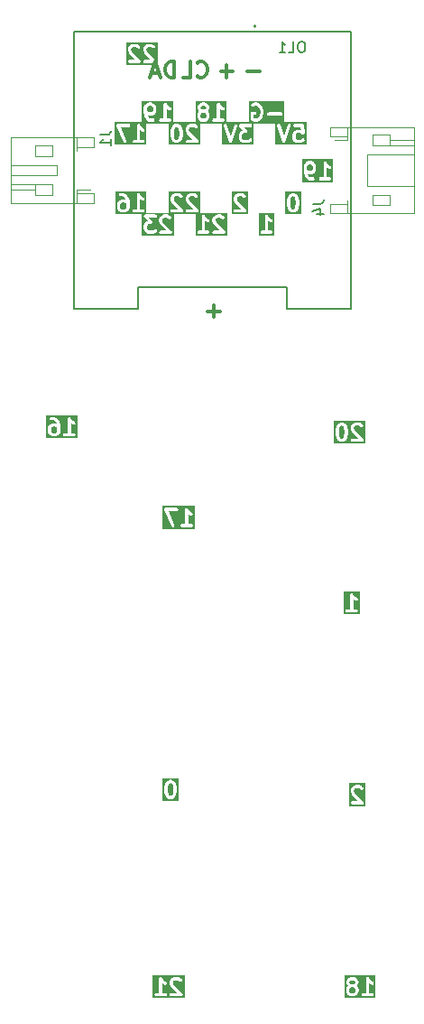
<source format=gbr>
%TF.GenerationSoftware,KiCad,Pcbnew,8.0.7*%
%TF.CreationDate,2025-04-08T16:05:58+09:00*%
%TF.ProjectId,Choc2,43686f63-322e-46b6-9963-61645f706362,rev?*%
%TF.SameCoordinates,Original*%
%TF.FileFunction,Legend,Bot*%
%TF.FilePolarity,Positive*%
%FSLAX46Y46*%
G04 Gerber Fmt 4.6, Leading zero omitted, Abs format (unit mm)*
G04 Created by KiCad (PCBNEW 8.0.7) date 2025-04-08 16:05:58*
%MOMM*%
%LPD*%
G01*
G04 APERTURE LIST*
%ADD10C,0.300000*%
%ADD11C,0.150000*%
%ADD12C,0.120000*%
%ADD13C,0.127000*%
%ADD14C,0.200000*%
G04 APERTURE END LIST*
D10*
G36*
X77713778Y-66495535D02*
G01*
X77750782Y-66532539D01*
X77803961Y-66638898D01*
X77866917Y-66890720D01*
X77866917Y-67210936D01*
X77803961Y-67462757D01*
X77750781Y-67569117D01*
X77713778Y-67606121D01*
X77624365Y-67650828D01*
X77552327Y-67650828D01*
X77462914Y-67606122D01*
X77425910Y-67569118D01*
X77372730Y-67462758D01*
X77309774Y-67210934D01*
X77309774Y-66890721D01*
X77372730Y-66638897D01*
X77425910Y-66532538D01*
X77462914Y-66495534D01*
X77552327Y-66450828D01*
X77624364Y-66450828D01*
X77713778Y-66495535D01*
G37*
G36*
X78333584Y-68117495D02*
G01*
X76843107Y-68117495D01*
X76843107Y-66872257D01*
X77009774Y-66872257D01*
X77009774Y-67229400D01*
X77010276Y-67234503D01*
X77009951Y-67236691D01*
X77011570Y-67247642D01*
X77012656Y-67258664D01*
X77013502Y-67260708D01*
X77014253Y-67265781D01*
X77085682Y-67551494D01*
X77086453Y-67553652D01*
X77086530Y-67554733D01*
X77091188Y-67566907D01*
X77095575Y-67579185D01*
X77096219Y-67580055D01*
X77097039Y-67582196D01*
X77168468Y-67725053D01*
X77176396Y-67737648D01*
X77177911Y-67741305D01*
X77181290Y-67745422D01*
X77184133Y-67749939D01*
X77187127Y-67752536D01*
X77196565Y-67764036D01*
X77267993Y-67835465D01*
X77279498Y-67844907D01*
X77282093Y-67847899D01*
X77286603Y-67850738D01*
X77290724Y-67854120D01*
X77294383Y-67855635D01*
X77306978Y-67863564D01*
X77449836Y-67934992D01*
X77477299Y-67945502D01*
X77482674Y-67945883D01*
X77487653Y-67947946D01*
X77516917Y-67950828D01*
X77659774Y-67950828D01*
X77689038Y-67947946D01*
X77694016Y-67945883D01*
X77699392Y-67945502D01*
X77726855Y-67934992D01*
X77869714Y-67863564D01*
X77882308Y-67855635D01*
X77885968Y-67854120D01*
X77890088Y-67850738D01*
X77894599Y-67847899D01*
X77897193Y-67844907D01*
X77908699Y-67835465D01*
X77980127Y-67764036D01*
X77989565Y-67752535D01*
X77992559Y-67749939D01*
X77995399Y-67745426D01*
X77998781Y-67741306D01*
X78000296Y-67737646D01*
X78008224Y-67725053D01*
X78079653Y-67582197D01*
X78080472Y-67580054D01*
X78081117Y-67579185D01*
X78085501Y-67566913D01*
X78090162Y-67554733D01*
X78090238Y-67553652D01*
X78091010Y-67551494D01*
X78162438Y-67265780D01*
X78163187Y-67260708D01*
X78164035Y-67258664D01*
X78165120Y-67247641D01*
X78166740Y-67236691D01*
X78166414Y-67234503D01*
X78166917Y-67229400D01*
X78166917Y-66872257D01*
X78166414Y-66867153D01*
X78166740Y-66864966D01*
X78165120Y-66854015D01*
X78164035Y-66842993D01*
X78163187Y-66840948D01*
X78162438Y-66835877D01*
X78091010Y-66550162D01*
X78090238Y-66548003D01*
X78090162Y-66546923D01*
X78085501Y-66534742D01*
X78081117Y-66522471D01*
X78080472Y-66521601D01*
X78079653Y-66519459D01*
X78008224Y-66376603D01*
X78000297Y-66364011D01*
X77998781Y-66360349D01*
X77995397Y-66356226D01*
X77992559Y-66351717D01*
X77989566Y-66349121D01*
X77980126Y-66337619D01*
X77908698Y-66266191D01*
X77897196Y-66256751D01*
X77894600Y-66253758D01*
X77890086Y-66250917D01*
X77885967Y-66247536D01*
X77882307Y-66246020D01*
X77869714Y-66238093D01*
X77726856Y-66166664D01*
X77699393Y-66156154D01*
X77694015Y-66155771D01*
X77689038Y-66153710D01*
X77659774Y-66150828D01*
X77516917Y-66150828D01*
X77487653Y-66153710D01*
X77482672Y-66155773D01*
X77477298Y-66156155D01*
X77449834Y-66166664D01*
X77306978Y-66238093D01*
X77294386Y-66246019D01*
X77290724Y-66247536D01*
X77286601Y-66250919D01*
X77282092Y-66253758D01*
X77279496Y-66256750D01*
X77267994Y-66266191D01*
X77196566Y-66337619D01*
X77187126Y-66349120D01*
X77184133Y-66351717D01*
X77181292Y-66356230D01*
X77177911Y-66360350D01*
X77176395Y-66364009D01*
X77168468Y-66376603D01*
X77097039Y-66519460D01*
X77096219Y-66521600D01*
X77095575Y-66522471D01*
X77091188Y-66534748D01*
X77086530Y-66546923D01*
X77086453Y-66548003D01*
X77085682Y-66550162D01*
X77014253Y-66835877D01*
X77013503Y-66840948D01*
X77012656Y-66842993D01*
X77011570Y-66854015D01*
X77009951Y-66864966D01*
X77010276Y-66867153D01*
X77009774Y-66872257D01*
X76843107Y-66872257D01*
X76843107Y-65984161D01*
X78333584Y-65984161D01*
X78333584Y-68117495D01*
G37*
X66445489Y-55300828D02*
X66445489Y-53800828D01*
X66445489Y-53800828D02*
X66088346Y-53800828D01*
X66088346Y-53800828D02*
X65874060Y-53872257D01*
X65874060Y-53872257D02*
X65731203Y-54015114D01*
X65731203Y-54015114D02*
X65659774Y-54157971D01*
X65659774Y-54157971D02*
X65588346Y-54443685D01*
X65588346Y-54443685D02*
X65588346Y-54657971D01*
X65588346Y-54657971D02*
X65659774Y-54943685D01*
X65659774Y-54943685D02*
X65731203Y-55086542D01*
X65731203Y-55086542D02*
X65874060Y-55229400D01*
X65874060Y-55229400D02*
X66088346Y-55300828D01*
X66088346Y-55300828D02*
X66445489Y-55300828D01*
X65016917Y-54872257D02*
X64302632Y-54872257D01*
X65159774Y-55300828D02*
X64659774Y-53800828D01*
X64659774Y-53800828D02*
X64159774Y-55300828D01*
G36*
X75832406Y-70117495D02*
G01*
X74345989Y-70117495D01*
X74345989Y-69771564D01*
X74512656Y-69771564D01*
X74512656Y-69830092D01*
X74535054Y-69884164D01*
X74576438Y-69925548D01*
X74630510Y-69947946D01*
X74659774Y-69950828D01*
X75516917Y-69950828D01*
X75546181Y-69947946D01*
X75600253Y-69925548D01*
X75641637Y-69884164D01*
X75664035Y-69830092D01*
X75664035Y-69771564D01*
X75641637Y-69717492D01*
X75600253Y-69676108D01*
X75546181Y-69653710D01*
X75516917Y-69650828D01*
X75238346Y-69650828D01*
X75238346Y-68734389D01*
X75267994Y-68764037D01*
X75279496Y-68773477D01*
X75282092Y-68776470D01*
X75286601Y-68779308D01*
X75290724Y-68782692D01*
X75294386Y-68784208D01*
X75306978Y-68792135D01*
X75449834Y-68863564D01*
X75477298Y-68874073D01*
X75535678Y-68878222D01*
X75591200Y-68859715D01*
X75635416Y-68821368D01*
X75661590Y-68769019D01*
X75665739Y-68710639D01*
X75647231Y-68655116D01*
X75608885Y-68610901D01*
X75583999Y-68595236D01*
X75462914Y-68534693D01*
X75347773Y-68419552D01*
X75213154Y-68217623D01*
X75213085Y-68217539D01*
X75213066Y-68217492D01*
X75212959Y-68217385D01*
X75194523Y-68194873D01*
X75182183Y-68186609D01*
X75171682Y-68176108D01*
X75158104Y-68170483D01*
X75145893Y-68162306D01*
X75131330Y-68159393D01*
X75117610Y-68153710D01*
X75102914Y-68153710D01*
X75088504Y-68150828D01*
X75073935Y-68153710D01*
X75059082Y-68153710D01*
X75045503Y-68159334D01*
X75031089Y-68162186D01*
X75018731Y-68170424D01*
X75005010Y-68176108D01*
X74994618Y-68186499D01*
X74982391Y-68194651D01*
X74974127Y-68206990D01*
X74963626Y-68217492D01*
X74958001Y-68231069D01*
X74949824Y-68243281D01*
X74946911Y-68257843D01*
X74941228Y-68271564D01*
X74938376Y-68300516D01*
X74938346Y-68300670D01*
X74938356Y-68300722D01*
X74938346Y-68300828D01*
X74938346Y-69650828D01*
X74659774Y-69650828D01*
X74630510Y-69653710D01*
X74576438Y-69676108D01*
X74535054Y-69717492D01*
X74512656Y-69771564D01*
X74345989Y-69771564D01*
X74345989Y-67984161D01*
X75832406Y-67984161D01*
X75832406Y-70117495D01*
G37*
G36*
X64902131Y-54117495D02*
G01*
X61914536Y-54117495D01*
X61914536Y-52586542D01*
X62081203Y-52586542D01*
X62081203Y-52729400D01*
X62082661Y-52744211D01*
X62082381Y-52748161D01*
X62083562Y-52753355D01*
X62084085Y-52758664D01*
X62085601Y-52762325D01*
X62088901Y-52776835D01*
X62160330Y-52991119D01*
X62172318Y-53017970D01*
X62175848Y-53022040D01*
X62177911Y-53027020D01*
X62196566Y-53049751D01*
X62797643Y-53650828D01*
X62231203Y-53650828D01*
X62201939Y-53653710D01*
X62147867Y-53676108D01*
X62106483Y-53717492D01*
X62084085Y-53771564D01*
X62084085Y-53830092D01*
X62106483Y-53884164D01*
X62147867Y-53925548D01*
X62201939Y-53947946D01*
X62231203Y-53950828D01*
X63159775Y-53950828D01*
X63189039Y-53947946D01*
X63211436Y-53938668D01*
X63243110Y-53925549D01*
X63284496Y-53884163D01*
X63306893Y-53830091D01*
X63306893Y-53771565D01*
X63284496Y-53717492D01*
X63265841Y-53694762D01*
X62433736Y-52862657D01*
X62381203Y-52705058D01*
X62381203Y-52621952D01*
X62425910Y-52532538D01*
X62462914Y-52495535D01*
X62552328Y-52450828D01*
X62838651Y-52450828D01*
X62928064Y-52495535D01*
X62982280Y-52549751D01*
X63005010Y-52568406D01*
X63059083Y-52590802D01*
X63117609Y-52590802D01*
X63127894Y-52586542D01*
X63509774Y-52586542D01*
X63509774Y-52729400D01*
X63511232Y-52744211D01*
X63510952Y-52748161D01*
X63512133Y-52753355D01*
X63512656Y-52758664D01*
X63514172Y-52762325D01*
X63517472Y-52776835D01*
X63588901Y-52991119D01*
X63600889Y-53017970D01*
X63604419Y-53022040D01*
X63606482Y-53027020D01*
X63625137Y-53049751D01*
X64226214Y-53650828D01*
X63659774Y-53650828D01*
X63630510Y-53653710D01*
X63576438Y-53676108D01*
X63535054Y-53717492D01*
X63512656Y-53771564D01*
X63512656Y-53830092D01*
X63535054Y-53884164D01*
X63576438Y-53925548D01*
X63630510Y-53947946D01*
X63659774Y-53950828D01*
X64588346Y-53950828D01*
X64617610Y-53947946D01*
X64640007Y-53938668D01*
X64671681Y-53925549D01*
X64713067Y-53884163D01*
X64735464Y-53830091D01*
X64735464Y-53771565D01*
X64713067Y-53717492D01*
X64694412Y-53694762D01*
X63862307Y-52862657D01*
X63809774Y-52705058D01*
X63809774Y-52621952D01*
X63854481Y-52532538D01*
X63891485Y-52495535D01*
X63980899Y-52450828D01*
X64267222Y-52450828D01*
X64356635Y-52495535D01*
X64410851Y-52549751D01*
X64433581Y-52568406D01*
X64487654Y-52590802D01*
X64546180Y-52590802D01*
X64600252Y-52568406D01*
X64641638Y-52527020D01*
X64664034Y-52472948D01*
X64664034Y-52414422D01*
X64641638Y-52360349D01*
X64622983Y-52337619D01*
X64551555Y-52266191D01*
X64540053Y-52256751D01*
X64537457Y-52253758D01*
X64532943Y-52250917D01*
X64528824Y-52247536D01*
X64525164Y-52246020D01*
X64512571Y-52238093D01*
X64369714Y-52166664D01*
X64342251Y-52156155D01*
X64336876Y-52155773D01*
X64331896Y-52153710D01*
X64302632Y-52150828D01*
X63945489Y-52150828D01*
X63916225Y-52153710D01*
X63911244Y-52155773D01*
X63905870Y-52156155D01*
X63878406Y-52166664D01*
X63735550Y-52238093D01*
X63722956Y-52246020D01*
X63719297Y-52247536D01*
X63715176Y-52250917D01*
X63710664Y-52253758D01*
X63708067Y-52256751D01*
X63696567Y-52266190D01*
X63625138Y-52337618D01*
X63615698Y-52349120D01*
X63612704Y-52351717D01*
X63609862Y-52356231D01*
X63606483Y-52360349D01*
X63604967Y-52364007D01*
X63597039Y-52376603D01*
X63525610Y-52519460D01*
X63515101Y-52546923D01*
X63514719Y-52552297D01*
X63512656Y-52557278D01*
X63509774Y-52586542D01*
X63127894Y-52586542D01*
X63171681Y-52568406D01*
X63213067Y-52527020D01*
X63235463Y-52472948D01*
X63235463Y-52414422D01*
X63213067Y-52360349D01*
X63194412Y-52337619D01*
X63122984Y-52266191D01*
X63111482Y-52256751D01*
X63108886Y-52253758D01*
X63104372Y-52250917D01*
X63100253Y-52247536D01*
X63096593Y-52246020D01*
X63084000Y-52238093D01*
X62941143Y-52166664D01*
X62913680Y-52156155D01*
X62908305Y-52155773D01*
X62903325Y-52153710D01*
X62874061Y-52150828D01*
X62516918Y-52150828D01*
X62487654Y-52153710D01*
X62482673Y-52155773D01*
X62477299Y-52156155D01*
X62449835Y-52166664D01*
X62306979Y-52238093D01*
X62294385Y-52246020D01*
X62290726Y-52247536D01*
X62286605Y-52250917D01*
X62282093Y-52253758D01*
X62279496Y-52256751D01*
X62267996Y-52266190D01*
X62196567Y-52337618D01*
X62187127Y-52349120D01*
X62184133Y-52351717D01*
X62181291Y-52356231D01*
X62177912Y-52360349D01*
X62176396Y-52364007D01*
X62168468Y-52376603D01*
X62097039Y-52519460D01*
X62086530Y-52546923D01*
X62086148Y-52552297D01*
X62084085Y-52557278D01*
X62081203Y-52586542D01*
X61914536Y-52586542D01*
X61914536Y-51984161D01*
X64902131Y-51984161D01*
X64902131Y-54117495D01*
G37*
G36*
X71402131Y-70117495D02*
G01*
X68417418Y-70117495D01*
X68417418Y-69771564D01*
X68584085Y-69771564D01*
X68584085Y-69830092D01*
X68606483Y-69884164D01*
X68647867Y-69925548D01*
X68701939Y-69947946D01*
X68731203Y-69950828D01*
X69588346Y-69950828D01*
X69617610Y-69947946D01*
X69671682Y-69925548D01*
X69713066Y-69884164D01*
X69735464Y-69830092D01*
X69735464Y-69771564D01*
X69713066Y-69717492D01*
X69671682Y-69676108D01*
X69617610Y-69653710D01*
X69588346Y-69650828D01*
X69309775Y-69650828D01*
X69309775Y-68734389D01*
X69339423Y-68764037D01*
X69350925Y-68773477D01*
X69353521Y-68776470D01*
X69358030Y-68779308D01*
X69362153Y-68782692D01*
X69365815Y-68784208D01*
X69378407Y-68792135D01*
X69521263Y-68863564D01*
X69548727Y-68874073D01*
X69607107Y-68878222D01*
X69662629Y-68859715D01*
X69706845Y-68821368D01*
X69733019Y-68769019D01*
X69737168Y-68710639D01*
X69718660Y-68655116D01*
X69680314Y-68610901D01*
X69655428Y-68595236D01*
X69638040Y-68586542D01*
X70009774Y-68586542D01*
X70009774Y-68729400D01*
X70011232Y-68744211D01*
X70010952Y-68748161D01*
X70012133Y-68753355D01*
X70012656Y-68758664D01*
X70014172Y-68762325D01*
X70017472Y-68776835D01*
X70088901Y-68991119D01*
X70100889Y-69017970D01*
X70104419Y-69022040D01*
X70106482Y-69027020D01*
X70125137Y-69049751D01*
X70726214Y-69650828D01*
X70159774Y-69650828D01*
X70130510Y-69653710D01*
X70076438Y-69676108D01*
X70035054Y-69717492D01*
X70012656Y-69771564D01*
X70012656Y-69830092D01*
X70035054Y-69884164D01*
X70076438Y-69925548D01*
X70130510Y-69947946D01*
X70159774Y-69950828D01*
X71088346Y-69950828D01*
X71117610Y-69947946D01*
X71140007Y-69938668D01*
X71171681Y-69925549D01*
X71213067Y-69884163D01*
X71235464Y-69830091D01*
X71235464Y-69771565D01*
X71213067Y-69717492D01*
X71194412Y-69694762D01*
X70362307Y-68862657D01*
X70309774Y-68705058D01*
X70309774Y-68621952D01*
X70354481Y-68532538D01*
X70391485Y-68495535D01*
X70480899Y-68450828D01*
X70767222Y-68450828D01*
X70856635Y-68495535D01*
X70910851Y-68549751D01*
X70933581Y-68568406D01*
X70987654Y-68590802D01*
X71046180Y-68590802D01*
X71100252Y-68568406D01*
X71141638Y-68527020D01*
X71164034Y-68472948D01*
X71164034Y-68414422D01*
X71141638Y-68360349D01*
X71122983Y-68337619D01*
X71051555Y-68266191D01*
X71040053Y-68256751D01*
X71037457Y-68253758D01*
X71032943Y-68250917D01*
X71028824Y-68247536D01*
X71025164Y-68246020D01*
X71012571Y-68238093D01*
X70869714Y-68166664D01*
X70842251Y-68156155D01*
X70836876Y-68155773D01*
X70831896Y-68153710D01*
X70802632Y-68150828D01*
X70445489Y-68150828D01*
X70416225Y-68153710D01*
X70411244Y-68155773D01*
X70405870Y-68156155D01*
X70378406Y-68166664D01*
X70235550Y-68238093D01*
X70222956Y-68246020D01*
X70219297Y-68247536D01*
X70215176Y-68250917D01*
X70210664Y-68253758D01*
X70208067Y-68256751D01*
X70196567Y-68266190D01*
X70125138Y-68337618D01*
X70115698Y-68349120D01*
X70112704Y-68351717D01*
X70109862Y-68356231D01*
X70106483Y-68360349D01*
X70104967Y-68364007D01*
X70097039Y-68376603D01*
X70025610Y-68519460D01*
X70015101Y-68546923D01*
X70014719Y-68552297D01*
X70012656Y-68557278D01*
X70009774Y-68586542D01*
X69638040Y-68586542D01*
X69534343Y-68534693D01*
X69419202Y-68419552D01*
X69284583Y-68217623D01*
X69284514Y-68217539D01*
X69284495Y-68217492D01*
X69284388Y-68217385D01*
X69265952Y-68194873D01*
X69253612Y-68186609D01*
X69243111Y-68176108D01*
X69229533Y-68170483D01*
X69217322Y-68162306D01*
X69202759Y-68159393D01*
X69189039Y-68153710D01*
X69174343Y-68153710D01*
X69159933Y-68150828D01*
X69145364Y-68153710D01*
X69130511Y-68153710D01*
X69116932Y-68159334D01*
X69102518Y-68162186D01*
X69090160Y-68170424D01*
X69076439Y-68176108D01*
X69066047Y-68186499D01*
X69053820Y-68194651D01*
X69045556Y-68206990D01*
X69035055Y-68217492D01*
X69029430Y-68231069D01*
X69021253Y-68243281D01*
X69018340Y-68257843D01*
X69012657Y-68271564D01*
X69009805Y-68300516D01*
X69009775Y-68300670D01*
X69009785Y-68300722D01*
X69009775Y-68300828D01*
X69009775Y-69650828D01*
X68731203Y-69650828D01*
X68701939Y-69653710D01*
X68647867Y-69676108D01*
X68606483Y-69717492D01*
X68584085Y-69771564D01*
X68417418Y-69771564D01*
X68417418Y-67984161D01*
X71402131Y-67984161D01*
X71402131Y-70117495D01*
G37*
G36*
X66402131Y-70117495D02*
G01*
X63414536Y-70117495D01*
X63414536Y-69157971D01*
X63581203Y-69157971D01*
X63581203Y-69515114D01*
X63584085Y-69544378D01*
X63586148Y-69549358D01*
X63586530Y-69554733D01*
X63597039Y-69582196D01*
X63668468Y-69725053D01*
X63676395Y-69737646D01*
X63677911Y-69741306D01*
X63681292Y-69745425D01*
X63684133Y-69749939D01*
X63687126Y-69752535D01*
X63696566Y-69764037D01*
X63767995Y-69835466D01*
X63779499Y-69844907D01*
X63782094Y-69847899D01*
X63786603Y-69850737D01*
X63790726Y-69854121D01*
X63794387Y-69855637D01*
X63806979Y-69863564D01*
X63949837Y-69934992D01*
X63977300Y-69945502D01*
X63982675Y-69945883D01*
X63987654Y-69947946D01*
X64016918Y-69950828D01*
X64445489Y-69950828D01*
X64474753Y-69947946D01*
X64479731Y-69945883D01*
X64485107Y-69945502D01*
X64512571Y-69934992D01*
X64655428Y-69863564D01*
X64668021Y-69855636D01*
X64671681Y-69854121D01*
X64675800Y-69850739D01*
X64680314Y-69847899D01*
X64682910Y-69844905D01*
X64694412Y-69835466D01*
X64765841Y-69764037D01*
X64784496Y-69741306D01*
X64806893Y-69687234D01*
X64806893Y-69628708D01*
X64784496Y-69574636D01*
X64743110Y-69533250D01*
X64689038Y-69510853D01*
X64630512Y-69510853D01*
X64576440Y-69533250D01*
X64553709Y-69551905D01*
X64499491Y-69606122D01*
X64410079Y-69650828D01*
X64052328Y-69650828D01*
X63962914Y-69606121D01*
X63925910Y-69569117D01*
X63881203Y-69479703D01*
X63881203Y-69193381D01*
X63925910Y-69103967D01*
X63962914Y-69066963D01*
X64052328Y-69022257D01*
X64231203Y-69022257D01*
X64246680Y-69020732D01*
X64250615Y-69020995D01*
X64253325Y-69020078D01*
X64260467Y-69019375D01*
X64282981Y-69010048D01*
X64306057Y-69002245D01*
X64309864Y-68998913D01*
X64314539Y-68996977D01*
X64331768Y-68979747D01*
X64350104Y-68963704D01*
X64352346Y-68959169D01*
X64355923Y-68955593D01*
X64365249Y-68933076D01*
X64376048Y-68911241D01*
X64376384Y-68906196D01*
X64378321Y-68901521D01*
X64378321Y-68877145D01*
X64379941Y-68852845D01*
X64378321Y-68848054D01*
X64378321Y-68842993D01*
X64368996Y-68820481D01*
X64361191Y-68797402D01*
X64357018Y-68791565D01*
X64355923Y-68788921D01*
X64353132Y-68786130D01*
X64344089Y-68773481D01*
X64180518Y-68586542D01*
X65009774Y-68586542D01*
X65009774Y-68729400D01*
X65011232Y-68744211D01*
X65010952Y-68748161D01*
X65012133Y-68753355D01*
X65012656Y-68758664D01*
X65014172Y-68762325D01*
X65017472Y-68776835D01*
X65088901Y-68991119D01*
X65100889Y-69017970D01*
X65104419Y-69022040D01*
X65106482Y-69027020D01*
X65125137Y-69049751D01*
X65726214Y-69650828D01*
X65159774Y-69650828D01*
X65130510Y-69653710D01*
X65076438Y-69676108D01*
X65035054Y-69717492D01*
X65012656Y-69771564D01*
X65012656Y-69830092D01*
X65035054Y-69884164D01*
X65076438Y-69925548D01*
X65130510Y-69947946D01*
X65159774Y-69950828D01*
X66088346Y-69950828D01*
X66117610Y-69947946D01*
X66148883Y-69934992D01*
X66171681Y-69925549D01*
X66213067Y-69884163D01*
X66235464Y-69830091D01*
X66235464Y-69771565D01*
X66213067Y-69717492D01*
X66194412Y-69694762D01*
X65362307Y-68862657D01*
X65309774Y-68705058D01*
X65309774Y-68621952D01*
X65354481Y-68532538D01*
X65391485Y-68495535D01*
X65480899Y-68450828D01*
X65767222Y-68450828D01*
X65856635Y-68495535D01*
X65910851Y-68549751D01*
X65933581Y-68568406D01*
X65987654Y-68590802D01*
X66046180Y-68590802D01*
X66100252Y-68568406D01*
X66141638Y-68527020D01*
X66164034Y-68472948D01*
X66164034Y-68414422D01*
X66141638Y-68360349D01*
X66122983Y-68337619D01*
X66051555Y-68266191D01*
X66040053Y-68256751D01*
X66037457Y-68253758D01*
X66032943Y-68250917D01*
X66028824Y-68247536D01*
X66025164Y-68246020D01*
X66012571Y-68238093D01*
X65869714Y-68166664D01*
X65842251Y-68156155D01*
X65836876Y-68155773D01*
X65831896Y-68153710D01*
X65802632Y-68150828D01*
X65445489Y-68150828D01*
X65416225Y-68153710D01*
X65411244Y-68155773D01*
X65405870Y-68156155D01*
X65378406Y-68166664D01*
X65235550Y-68238093D01*
X65222956Y-68246020D01*
X65219297Y-68247536D01*
X65215176Y-68250917D01*
X65210664Y-68253758D01*
X65208067Y-68256751D01*
X65196567Y-68266190D01*
X65125138Y-68337618D01*
X65115698Y-68349120D01*
X65112704Y-68351717D01*
X65109862Y-68356231D01*
X65106483Y-68360349D01*
X65104967Y-68364007D01*
X65097039Y-68376603D01*
X65025610Y-68519460D01*
X65015101Y-68546923D01*
X65014719Y-68552297D01*
X65012656Y-68557278D01*
X65009774Y-68586542D01*
X64180518Y-68586542D01*
X64061768Y-68450828D01*
X64659775Y-68450828D01*
X64689039Y-68447946D01*
X64743111Y-68425548D01*
X64784495Y-68384164D01*
X64806893Y-68330092D01*
X64806893Y-68271564D01*
X64784495Y-68217492D01*
X64743111Y-68176108D01*
X64689039Y-68153710D01*
X64659775Y-68150828D01*
X63731203Y-68150828D01*
X63715730Y-68152351D01*
X63711791Y-68152089D01*
X63709076Y-68153007D01*
X63701939Y-68153710D01*
X63679430Y-68163033D01*
X63656349Y-68170840D01*
X63652541Y-68174171D01*
X63647867Y-68176108D01*
X63630637Y-68193337D01*
X63612302Y-68209381D01*
X63610059Y-68213915D01*
X63606483Y-68217492D01*
X63597156Y-68240008D01*
X63586358Y-68261844D01*
X63586021Y-68266888D01*
X63584085Y-68271564D01*
X63584085Y-68295930D01*
X63582464Y-68320240D01*
X63584085Y-68325032D01*
X63584085Y-68330092D01*
X63593408Y-68352600D01*
X63601215Y-68375682D01*
X63605386Y-68381518D01*
X63606483Y-68384164D01*
X63609272Y-68386953D01*
X63618316Y-68399604D01*
X63925250Y-68750386D01*
X63806979Y-68809521D01*
X63794387Y-68817447D01*
X63790726Y-68818964D01*
X63786603Y-68822347D01*
X63782094Y-68825186D01*
X63779499Y-68828177D01*
X63767995Y-68837619D01*
X63696566Y-68909048D01*
X63687126Y-68920549D01*
X63684133Y-68923146D01*
X63681292Y-68927659D01*
X63677911Y-68931779D01*
X63676395Y-68935438D01*
X63668468Y-68948032D01*
X63597039Y-69090889D01*
X63586530Y-69118352D01*
X63586148Y-69123726D01*
X63584085Y-69128707D01*
X63581203Y-69157971D01*
X63414536Y-69157971D01*
X63414536Y-67984161D01*
X66402131Y-67984161D01*
X66402131Y-70117495D01*
G37*
G36*
X67402131Y-141617495D02*
G01*
X64417418Y-141617495D01*
X64417418Y-141271564D01*
X64584085Y-141271564D01*
X64584085Y-141330092D01*
X64606483Y-141384164D01*
X64647867Y-141425548D01*
X64701939Y-141447946D01*
X64731203Y-141450828D01*
X65588346Y-141450828D01*
X65617610Y-141447946D01*
X65671682Y-141425548D01*
X65713066Y-141384164D01*
X65735464Y-141330092D01*
X65735464Y-141271564D01*
X65713066Y-141217492D01*
X65671682Y-141176108D01*
X65617610Y-141153710D01*
X65588346Y-141150828D01*
X65309775Y-141150828D01*
X65309775Y-140234389D01*
X65339423Y-140264037D01*
X65350925Y-140273477D01*
X65353521Y-140276470D01*
X65358030Y-140279308D01*
X65362153Y-140282692D01*
X65365815Y-140284208D01*
X65378407Y-140292135D01*
X65521263Y-140363564D01*
X65548727Y-140374073D01*
X65607107Y-140378222D01*
X65662629Y-140359715D01*
X65706845Y-140321368D01*
X65733019Y-140269019D01*
X65737168Y-140210639D01*
X65718660Y-140155116D01*
X65680314Y-140110901D01*
X65655428Y-140095236D01*
X65638040Y-140086542D01*
X66009774Y-140086542D01*
X66009774Y-140229400D01*
X66011232Y-140244211D01*
X66010952Y-140248161D01*
X66012133Y-140253355D01*
X66012656Y-140258664D01*
X66014172Y-140262325D01*
X66017472Y-140276835D01*
X66088901Y-140491119D01*
X66100889Y-140517970D01*
X66104419Y-140522040D01*
X66106482Y-140527020D01*
X66125137Y-140549751D01*
X66726214Y-141150828D01*
X66159774Y-141150828D01*
X66130510Y-141153710D01*
X66076438Y-141176108D01*
X66035054Y-141217492D01*
X66012656Y-141271564D01*
X66012656Y-141330092D01*
X66035054Y-141384164D01*
X66076438Y-141425548D01*
X66130510Y-141447946D01*
X66159774Y-141450828D01*
X67088346Y-141450828D01*
X67117610Y-141447946D01*
X67140007Y-141438668D01*
X67171681Y-141425549D01*
X67213067Y-141384163D01*
X67235464Y-141330091D01*
X67235464Y-141271565D01*
X67213067Y-141217492D01*
X67194412Y-141194762D01*
X66362307Y-140362657D01*
X66309774Y-140205058D01*
X66309774Y-140121952D01*
X66354481Y-140032538D01*
X66391485Y-139995535D01*
X66480899Y-139950828D01*
X66767222Y-139950828D01*
X66856635Y-139995535D01*
X66910851Y-140049751D01*
X66933581Y-140068406D01*
X66987654Y-140090802D01*
X67046180Y-140090802D01*
X67100252Y-140068406D01*
X67141638Y-140027020D01*
X67164034Y-139972948D01*
X67164034Y-139914422D01*
X67141638Y-139860349D01*
X67122983Y-139837619D01*
X67051555Y-139766191D01*
X67040053Y-139756751D01*
X67037457Y-139753758D01*
X67032943Y-139750917D01*
X67028824Y-139747536D01*
X67025164Y-139746020D01*
X67012571Y-139738093D01*
X66869714Y-139666664D01*
X66842251Y-139656155D01*
X66836876Y-139655773D01*
X66831896Y-139653710D01*
X66802632Y-139650828D01*
X66445489Y-139650828D01*
X66416225Y-139653710D01*
X66411244Y-139655773D01*
X66405870Y-139656155D01*
X66378406Y-139666664D01*
X66235550Y-139738093D01*
X66222956Y-139746020D01*
X66219297Y-139747536D01*
X66215176Y-139750917D01*
X66210664Y-139753758D01*
X66208067Y-139756751D01*
X66196567Y-139766190D01*
X66125138Y-139837618D01*
X66115698Y-139849120D01*
X66112704Y-139851717D01*
X66109862Y-139856231D01*
X66106483Y-139860349D01*
X66104967Y-139864007D01*
X66097039Y-139876603D01*
X66025610Y-140019460D01*
X66015101Y-140046923D01*
X66014719Y-140052297D01*
X66012656Y-140057278D01*
X66009774Y-140086542D01*
X65638040Y-140086542D01*
X65534343Y-140034693D01*
X65419202Y-139919552D01*
X65284583Y-139717623D01*
X65284514Y-139717539D01*
X65284495Y-139717492D01*
X65284388Y-139717385D01*
X65265952Y-139694873D01*
X65253612Y-139686609D01*
X65243111Y-139676108D01*
X65229533Y-139670483D01*
X65217322Y-139662306D01*
X65202759Y-139659393D01*
X65189039Y-139653710D01*
X65174343Y-139653710D01*
X65159933Y-139650828D01*
X65145364Y-139653710D01*
X65130511Y-139653710D01*
X65116932Y-139659334D01*
X65102518Y-139662186D01*
X65090160Y-139670424D01*
X65076439Y-139676108D01*
X65066047Y-139686499D01*
X65053820Y-139694651D01*
X65045556Y-139706990D01*
X65035055Y-139717492D01*
X65029430Y-139731069D01*
X65021253Y-139743281D01*
X65018340Y-139757843D01*
X65012657Y-139771564D01*
X65009805Y-139800516D01*
X65009775Y-139800670D01*
X65009785Y-139800722D01*
X65009775Y-139800828D01*
X65009775Y-141150828D01*
X64731203Y-141150828D01*
X64701939Y-141153710D01*
X64647867Y-141176108D01*
X64606483Y-141217492D01*
X64584085Y-141271564D01*
X64417418Y-141271564D01*
X64417418Y-139484161D01*
X67402131Y-139484161D01*
X67402131Y-141617495D01*
G37*
G36*
X69356636Y-58638392D02*
G01*
X69393640Y-58675397D01*
X69438346Y-58764809D01*
X69438346Y-58979704D01*
X69393639Y-59069117D01*
X69356634Y-59106122D01*
X69267222Y-59150828D01*
X69052328Y-59150828D01*
X68962914Y-59106121D01*
X68925910Y-59069117D01*
X68881203Y-58979703D01*
X68881203Y-58764810D01*
X68925909Y-58675396D01*
X68962914Y-58638392D01*
X69052328Y-58593685D01*
X69267222Y-58593685D01*
X69356636Y-58638392D01*
G37*
G36*
X69356636Y-57995535D02*
G01*
X69393640Y-58032539D01*
X69438346Y-58121951D01*
X69438346Y-58122561D01*
X69393639Y-58211974D01*
X69356634Y-58248979D01*
X69267222Y-58293685D01*
X69052328Y-58293685D01*
X68962914Y-58248978D01*
X68925910Y-58211974D01*
X68881203Y-58122560D01*
X68881203Y-58121952D01*
X68925910Y-58032538D01*
X68962914Y-57995535D01*
X69052328Y-57950828D01*
X69267222Y-57950828D01*
X69356636Y-57995535D01*
G37*
G36*
X71332406Y-59617495D02*
G01*
X68414536Y-59617495D01*
X68414536Y-58086542D01*
X68581203Y-58086542D01*
X68581203Y-58157971D01*
X68584085Y-58187235D01*
X68586148Y-58192215D01*
X68586530Y-58197590D01*
X68597039Y-58225053D01*
X68668468Y-58367910D01*
X68676395Y-58380503D01*
X68677911Y-58384163D01*
X68681292Y-58388282D01*
X68684133Y-58392796D01*
X68687126Y-58395392D01*
X68696566Y-58406894D01*
X68733357Y-58443685D01*
X68696567Y-58480475D01*
X68687127Y-58491977D01*
X68684133Y-58494574D01*
X68681291Y-58499088D01*
X68677912Y-58503206D01*
X68676396Y-58506864D01*
X68668468Y-58519460D01*
X68597039Y-58662318D01*
X68586529Y-58689781D01*
X68586146Y-58695158D01*
X68584085Y-58700136D01*
X68581203Y-58729400D01*
X68581203Y-59015114D01*
X68584085Y-59044378D01*
X68586148Y-59049358D01*
X68586530Y-59054733D01*
X68597039Y-59082196D01*
X68668468Y-59225053D01*
X68676395Y-59237646D01*
X68677911Y-59241306D01*
X68681292Y-59245425D01*
X68684133Y-59249939D01*
X68687126Y-59252535D01*
X68696566Y-59264037D01*
X68767995Y-59335466D01*
X68779499Y-59344907D01*
X68782094Y-59347899D01*
X68786603Y-59350737D01*
X68790726Y-59354121D01*
X68794387Y-59355637D01*
X68806979Y-59363564D01*
X68949837Y-59434992D01*
X68977300Y-59445502D01*
X68982675Y-59445883D01*
X68987654Y-59447946D01*
X69016918Y-59450828D01*
X69302632Y-59450828D01*
X69331896Y-59447946D01*
X69336874Y-59445883D01*
X69342250Y-59445502D01*
X69369714Y-59434992D01*
X69512571Y-59363564D01*
X69525164Y-59355636D01*
X69528824Y-59354121D01*
X69532943Y-59350739D01*
X69537457Y-59347899D01*
X69540053Y-59344905D01*
X69551555Y-59335466D01*
X69615457Y-59271564D01*
X70012656Y-59271564D01*
X70012656Y-59330092D01*
X70035054Y-59384164D01*
X70076438Y-59425548D01*
X70130510Y-59447946D01*
X70159774Y-59450828D01*
X71016917Y-59450828D01*
X71046181Y-59447946D01*
X71100253Y-59425548D01*
X71141637Y-59384164D01*
X71164035Y-59330092D01*
X71164035Y-59271564D01*
X71141637Y-59217492D01*
X71100253Y-59176108D01*
X71046181Y-59153710D01*
X71016917Y-59150828D01*
X70738346Y-59150828D01*
X70738346Y-58234389D01*
X70767994Y-58264037D01*
X70779496Y-58273477D01*
X70782092Y-58276470D01*
X70786601Y-58279308D01*
X70790724Y-58282692D01*
X70794386Y-58284208D01*
X70806978Y-58292135D01*
X70949834Y-58363564D01*
X70977298Y-58374073D01*
X71035678Y-58378222D01*
X71091200Y-58359715D01*
X71135416Y-58321368D01*
X71161590Y-58269019D01*
X71165739Y-58210639D01*
X71147231Y-58155116D01*
X71108885Y-58110901D01*
X71083999Y-58095236D01*
X70962914Y-58034693D01*
X70847773Y-57919552D01*
X70713154Y-57717623D01*
X70713085Y-57717539D01*
X70713066Y-57717492D01*
X70712959Y-57717385D01*
X70694523Y-57694873D01*
X70682183Y-57686609D01*
X70671682Y-57676108D01*
X70658104Y-57670483D01*
X70645893Y-57662306D01*
X70631330Y-57659393D01*
X70617610Y-57653710D01*
X70602914Y-57653710D01*
X70588504Y-57650828D01*
X70573935Y-57653710D01*
X70559082Y-57653710D01*
X70545503Y-57659334D01*
X70531089Y-57662186D01*
X70518731Y-57670424D01*
X70505010Y-57676108D01*
X70494618Y-57686499D01*
X70482391Y-57694651D01*
X70474127Y-57706990D01*
X70463626Y-57717492D01*
X70458001Y-57731069D01*
X70449824Y-57743281D01*
X70446911Y-57757843D01*
X70441228Y-57771564D01*
X70438376Y-57800516D01*
X70438346Y-57800670D01*
X70438356Y-57800722D01*
X70438346Y-57800828D01*
X70438346Y-59150828D01*
X70159774Y-59150828D01*
X70130510Y-59153710D01*
X70076438Y-59176108D01*
X70035054Y-59217492D01*
X70012656Y-59271564D01*
X69615457Y-59271564D01*
X69622984Y-59264037D01*
X69632425Y-59252532D01*
X69635417Y-59249938D01*
X69638255Y-59245428D01*
X69641639Y-59241306D01*
X69643155Y-59237644D01*
X69651082Y-59225053D01*
X69722510Y-59082195D01*
X69733020Y-59054732D01*
X69733401Y-59049356D01*
X69735464Y-59044378D01*
X69738346Y-59015114D01*
X69738346Y-58729400D01*
X69735464Y-58700136D01*
X69733401Y-58695157D01*
X69733020Y-58689782D01*
X69722511Y-58662319D01*
X69651082Y-58519461D01*
X69643153Y-58506864D01*
X69641638Y-58503206D01*
X69638259Y-58499089D01*
X69635418Y-58494575D01*
X69632422Y-58491977D01*
X69622983Y-58480475D01*
X69586192Y-58443685D01*
X69622984Y-58406894D01*
X69632425Y-58395389D01*
X69635417Y-58392795D01*
X69638255Y-58388285D01*
X69641639Y-58384163D01*
X69643155Y-58380501D01*
X69651082Y-58367910D01*
X69722510Y-58225052D01*
X69733020Y-58197589D01*
X69733401Y-58192213D01*
X69735464Y-58187235D01*
X69738346Y-58157971D01*
X69738346Y-58086542D01*
X69735464Y-58057278D01*
X69733401Y-58052299D01*
X69733020Y-58046924D01*
X69722510Y-58019461D01*
X69651082Y-57876603D01*
X69643153Y-57864008D01*
X69641638Y-57860349D01*
X69638256Y-57856228D01*
X69635417Y-57851718D01*
X69632425Y-57849123D01*
X69622983Y-57837618D01*
X69551554Y-57766190D01*
X69540054Y-57756752D01*
X69537457Y-57753758D01*
X69532940Y-57750915D01*
X69528823Y-57747536D01*
X69525166Y-57746021D01*
X69512571Y-57738093D01*
X69369714Y-57666664D01*
X69342251Y-57656155D01*
X69336876Y-57655773D01*
X69331896Y-57653710D01*
X69302632Y-57650828D01*
X69016918Y-57650828D01*
X68987654Y-57653710D01*
X68982673Y-57655773D01*
X68977299Y-57656155D01*
X68949835Y-57666664D01*
X68806979Y-57738093D01*
X68794385Y-57746020D01*
X68790726Y-57747536D01*
X68786605Y-57750917D01*
X68782093Y-57753758D01*
X68779496Y-57756751D01*
X68767996Y-57766190D01*
X68696567Y-57837618D01*
X68687127Y-57849120D01*
X68684133Y-57851717D01*
X68681291Y-57856231D01*
X68677912Y-57860349D01*
X68676396Y-57864007D01*
X68668468Y-57876603D01*
X68597039Y-58019460D01*
X68586530Y-58046923D01*
X68586148Y-58052297D01*
X68584085Y-58057278D01*
X68581203Y-58086542D01*
X68414536Y-58086542D01*
X68414536Y-57484161D01*
X71332406Y-57484161D01*
X71332406Y-59617495D01*
G37*
G36*
X83832406Y-105617495D02*
G01*
X82345989Y-105617495D01*
X82345989Y-105271564D01*
X82512656Y-105271564D01*
X82512656Y-105330092D01*
X82535054Y-105384164D01*
X82576438Y-105425548D01*
X82630510Y-105447946D01*
X82659774Y-105450828D01*
X83516917Y-105450828D01*
X83546181Y-105447946D01*
X83600253Y-105425548D01*
X83641637Y-105384164D01*
X83664035Y-105330092D01*
X83664035Y-105271564D01*
X83641637Y-105217492D01*
X83600253Y-105176108D01*
X83546181Y-105153710D01*
X83516917Y-105150828D01*
X83238346Y-105150828D01*
X83238346Y-104234389D01*
X83267994Y-104264037D01*
X83279496Y-104273477D01*
X83282092Y-104276470D01*
X83286601Y-104279308D01*
X83290724Y-104282692D01*
X83294386Y-104284208D01*
X83306978Y-104292135D01*
X83449834Y-104363564D01*
X83477298Y-104374073D01*
X83535678Y-104378222D01*
X83591200Y-104359715D01*
X83635416Y-104321368D01*
X83661590Y-104269019D01*
X83665739Y-104210639D01*
X83647231Y-104155116D01*
X83608885Y-104110901D01*
X83583999Y-104095236D01*
X83462914Y-104034693D01*
X83347773Y-103919552D01*
X83213154Y-103717623D01*
X83213085Y-103717539D01*
X83213066Y-103717492D01*
X83212959Y-103717385D01*
X83194523Y-103694873D01*
X83182183Y-103686609D01*
X83171682Y-103676108D01*
X83158104Y-103670483D01*
X83145893Y-103662306D01*
X83131330Y-103659393D01*
X83117610Y-103653710D01*
X83102914Y-103653710D01*
X83088504Y-103650828D01*
X83073935Y-103653710D01*
X83059082Y-103653710D01*
X83045503Y-103659334D01*
X83031089Y-103662186D01*
X83018731Y-103670424D01*
X83005010Y-103676108D01*
X82994618Y-103686499D01*
X82982391Y-103694651D01*
X82974127Y-103706990D01*
X82963626Y-103717492D01*
X82958001Y-103731069D01*
X82949824Y-103743281D01*
X82946911Y-103757843D01*
X82941228Y-103771564D01*
X82938376Y-103800516D01*
X82938346Y-103800670D01*
X82938356Y-103800722D01*
X82938346Y-103800828D01*
X82938346Y-105150828D01*
X82659774Y-105150828D01*
X82630510Y-105153710D01*
X82576438Y-105176108D01*
X82535054Y-105217492D01*
X82512656Y-105271564D01*
X82345989Y-105271564D01*
X82345989Y-103484161D01*
X83832406Y-103484161D01*
X83832406Y-105617495D01*
G37*
X71945489Y-54729400D02*
X70802632Y-54729400D01*
X71374060Y-55300828D02*
X71374060Y-54157971D01*
G36*
X73902131Y-61617495D02*
G01*
X70915714Y-61617495D01*
X70915714Y-59819589D01*
X71082381Y-59819589D01*
X71088901Y-59848262D01*
X71588901Y-61348262D01*
X71600889Y-61375113D01*
X71607911Y-61383210D01*
X71612704Y-61392795D01*
X71626910Y-61405116D01*
X71639236Y-61419328D01*
X71648823Y-61424121D01*
X71656918Y-61431142D01*
X71674760Y-61437089D01*
X71691584Y-61445501D01*
X71702274Y-61446260D01*
X71712442Y-61449650D01*
X71731198Y-61448317D01*
X71749964Y-61449651D01*
X71760134Y-61446260D01*
X71770823Y-61445501D01*
X71787644Y-61437090D01*
X71805488Y-61431142D01*
X71813584Y-61424119D01*
X71823170Y-61419327D01*
X71835493Y-61405118D01*
X71849702Y-61392795D01*
X71854494Y-61383209D01*
X71861517Y-61375113D01*
X71873505Y-61348262D01*
X72103602Y-60657971D01*
X72509774Y-60657971D01*
X72509774Y-61015114D01*
X72512656Y-61044378D01*
X72514719Y-61049358D01*
X72515101Y-61054733D01*
X72525610Y-61082196D01*
X72597039Y-61225053D01*
X72604966Y-61237646D01*
X72606482Y-61241306D01*
X72609863Y-61245425D01*
X72612704Y-61249939D01*
X72615697Y-61252535D01*
X72625137Y-61264037D01*
X72696566Y-61335466D01*
X72708070Y-61344907D01*
X72710665Y-61347899D01*
X72715174Y-61350737D01*
X72719297Y-61354121D01*
X72722958Y-61355637D01*
X72735550Y-61363564D01*
X72878408Y-61434992D01*
X72905871Y-61445502D01*
X72911246Y-61445883D01*
X72916225Y-61447946D01*
X72945489Y-61450828D01*
X73374060Y-61450828D01*
X73403324Y-61447946D01*
X73408302Y-61445883D01*
X73413678Y-61445502D01*
X73441142Y-61434992D01*
X73583999Y-61363564D01*
X73596592Y-61355636D01*
X73600252Y-61354121D01*
X73604371Y-61350739D01*
X73608885Y-61347899D01*
X73611481Y-61344905D01*
X73622983Y-61335466D01*
X73694412Y-61264037D01*
X73713067Y-61241306D01*
X73735464Y-61187234D01*
X73735464Y-61128708D01*
X73713067Y-61074636D01*
X73671681Y-61033250D01*
X73617609Y-61010853D01*
X73559083Y-61010853D01*
X73505011Y-61033250D01*
X73482280Y-61051905D01*
X73428062Y-61106122D01*
X73338650Y-61150828D01*
X72980899Y-61150828D01*
X72891485Y-61106121D01*
X72854481Y-61069117D01*
X72809774Y-60979703D01*
X72809774Y-60693381D01*
X72854481Y-60603967D01*
X72891485Y-60566963D01*
X72980899Y-60522257D01*
X73159774Y-60522257D01*
X73175251Y-60520732D01*
X73179186Y-60520995D01*
X73181896Y-60520078D01*
X73189038Y-60519375D01*
X73211552Y-60510048D01*
X73234628Y-60502245D01*
X73238435Y-60498913D01*
X73243110Y-60496977D01*
X73260339Y-60479747D01*
X73278675Y-60463704D01*
X73280917Y-60459169D01*
X73284494Y-60455593D01*
X73293820Y-60433076D01*
X73304619Y-60411241D01*
X73304955Y-60406196D01*
X73306892Y-60401521D01*
X73306892Y-60377145D01*
X73308512Y-60352845D01*
X73306892Y-60348054D01*
X73306892Y-60342993D01*
X73297567Y-60320481D01*
X73289762Y-60297402D01*
X73285589Y-60291565D01*
X73284494Y-60288921D01*
X73281703Y-60286130D01*
X73272660Y-60273481D01*
X72990339Y-59950828D01*
X73588346Y-59950828D01*
X73617610Y-59947946D01*
X73671682Y-59925548D01*
X73713066Y-59884164D01*
X73735464Y-59830092D01*
X73735464Y-59771564D01*
X73713066Y-59717492D01*
X73671682Y-59676108D01*
X73617610Y-59653710D01*
X73588346Y-59650828D01*
X72659774Y-59650828D01*
X72644301Y-59652351D01*
X72640362Y-59652089D01*
X72637647Y-59653007D01*
X72630510Y-59653710D01*
X72608001Y-59663033D01*
X72584920Y-59670840D01*
X72581112Y-59674171D01*
X72576438Y-59676108D01*
X72559208Y-59693337D01*
X72540873Y-59709381D01*
X72538630Y-59713915D01*
X72535054Y-59717492D01*
X72525727Y-59740008D01*
X72514929Y-59761844D01*
X72514592Y-59766888D01*
X72512656Y-59771564D01*
X72512656Y-59795930D01*
X72511035Y-59820240D01*
X72512656Y-59825032D01*
X72512656Y-59830092D01*
X72521979Y-59852600D01*
X72529786Y-59875682D01*
X72533957Y-59881518D01*
X72535054Y-59884164D01*
X72537843Y-59886953D01*
X72546887Y-59899604D01*
X72853821Y-60250386D01*
X72735550Y-60309521D01*
X72722958Y-60317447D01*
X72719297Y-60318964D01*
X72715174Y-60322347D01*
X72710665Y-60325186D01*
X72708070Y-60328177D01*
X72696566Y-60337619D01*
X72625137Y-60409048D01*
X72615697Y-60420549D01*
X72612704Y-60423146D01*
X72609863Y-60427659D01*
X72606482Y-60431779D01*
X72604966Y-60435438D01*
X72597039Y-60448032D01*
X72525610Y-60590889D01*
X72515101Y-60618352D01*
X72514719Y-60623726D01*
X72512656Y-60628707D01*
X72509774Y-60657971D01*
X72103602Y-60657971D01*
X72373506Y-59848262D01*
X72380026Y-59819588D01*
X72375876Y-59761208D01*
X72349702Y-59708861D01*
X72305488Y-59670514D01*
X72249964Y-59652005D01*
X72191584Y-59656155D01*
X72139236Y-59682328D01*
X72100889Y-59726543D01*
X72088901Y-59753394D01*
X71731203Y-60826486D01*
X71373505Y-59753394D01*
X71361517Y-59726543D01*
X71323170Y-59682329D01*
X71270823Y-59656155D01*
X71212442Y-59652006D01*
X71156918Y-59670514D01*
X71112704Y-59708861D01*
X71086530Y-59761208D01*
X71082381Y-59819589D01*
X70915714Y-59819589D01*
X70915714Y-59484161D01*
X73902131Y-59484161D01*
X73902131Y-61617495D01*
G37*
G36*
X83356636Y-140638392D02*
G01*
X83393640Y-140675397D01*
X83438346Y-140764809D01*
X83438346Y-140979704D01*
X83393639Y-141069117D01*
X83356634Y-141106122D01*
X83267222Y-141150828D01*
X83052328Y-141150828D01*
X82962914Y-141106121D01*
X82925910Y-141069117D01*
X82881203Y-140979703D01*
X82881203Y-140764810D01*
X82925909Y-140675396D01*
X82962914Y-140638392D01*
X83052328Y-140593685D01*
X83267222Y-140593685D01*
X83356636Y-140638392D01*
G37*
G36*
X83356636Y-139995535D02*
G01*
X83393640Y-140032539D01*
X83438346Y-140121951D01*
X83438346Y-140122561D01*
X83393639Y-140211974D01*
X83356634Y-140248979D01*
X83267222Y-140293685D01*
X83052328Y-140293685D01*
X82962914Y-140248978D01*
X82925910Y-140211974D01*
X82881203Y-140122560D01*
X82881203Y-140121952D01*
X82925910Y-140032538D01*
X82962914Y-139995535D01*
X83052328Y-139950828D01*
X83267222Y-139950828D01*
X83356636Y-139995535D01*
G37*
G36*
X85332406Y-141617495D02*
G01*
X82414536Y-141617495D01*
X82414536Y-140086542D01*
X82581203Y-140086542D01*
X82581203Y-140157971D01*
X82584085Y-140187235D01*
X82586148Y-140192215D01*
X82586530Y-140197590D01*
X82597039Y-140225053D01*
X82668468Y-140367910D01*
X82676395Y-140380503D01*
X82677911Y-140384163D01*
X82681292Y-140388282D01*
X82684133Y-140392796D01*
X82687126Y-140395392D01*
X82696566Y-140406894D01*
X82733357Y-140443685D01*
X82696567Y-140480475D01*
X82687127Y-140491977D01*
X82684133Y-140494574D01*
X82681291Y-140499088D01*
X82677912Y-140503206D01*
X82676396Y-140506864D01*
X82668468Y-140519460D01*
X82597039Y-140662318D01*
X82586529Y-140689781D01*
X82586146Y-140695158D01*
X82584085Y-140700136D01*
X82581203Y-140729400D01*
X82581203Y-141015114D01*
X82584085Y-141044378D01*
X82586148Y-141049358D01*
X82586530Y-141054733D01*
X82597039Y-141082196D01*
X82668468Y-141225053D01*
X82676395Y-141237646D01*
X82677911Y-141241306D01*
X82681292Y-141245425D01*
X82684133Y-141249939D01*
X82687126Y-141252535D01*
X82696566Y-141264037D01*
X82767995Y-141335466D01*
X82779499Y-141344907D01*
X82782094Y-141347899D01*
X82786603Y-141350737D01*
X82790726Y-141354121D01*
X82794387Y-141355637D01*
X82806979Y-141363564D01*
X82949837Y-141434992D01*
X82977300Y-141445502D01*
X82982675Y-141445883D01*
X82987654Y-141447946D01*
X83016918Y-141450828D01*
X83302632Y-141450828D01*
X83331896Y-141447946D01*
X83336874Y-141445883D01*
X83342250Y-141445502D01*
X83369714Y-141434992D01*
X83512571Y-141363564D01*
X83525164Y-141355636D01*
X83528824Y-141354121D01*
X83532943Y-141350739D01*
X83537457Y-141347899D01*
X83540053Y-141344905D01*
X83551555Y-141335466D01*
X83615457Y-141271564D01*
X84012656Y-141271564D01*
X84012656Y-141330092D01*
X84035054Y-141384164D01*
X84076438Y-141425548D01*
X84130510Y-141447946D01*
X84159774Y-141450828D01*
X85016917Y-141450828D01*
X85046181Y-141447946D01*
X85100253Y-141425548D01*
X85141637Y-141384164D01*
X85164035Y-141330092D01*
X85164035Y-141271564D01*
X85141637Y-141217492D01*
X85100253Y-141176108D01*
X85046181Y-141153710D01*
X85016917Y-141150828D01*
X84738346Y-141150828D01*
X84738346Y-140234389D01*
X84767994Y-140264037D01*
X84779496Y-140273477D01*
X84782092Y-140276470D01*
X84786601Y-140279308D01*
X84790724Y-140282692D01*
X84794386Y-140284208D01*
X84806978Y-140292135D01*
X84949834Y-140363564D01*
X84977298Y-140374073D01*
X85035678Y-140378222D01*
X85091200Y-140359715D01*
X85135416Y-140321368D01*
X85161590Y-140269019D01*
X85165739Y-140210639D01*
X85147231Y-140155116D01*
X85108885Y-140110901D01*
X85083999Y-140095236D01*
X84962914Y-140034693D01*
X84847773Y-139919552D01*
X84713154Y-139717623D01*
X84713085Y-139717539D01*
X84713066Y-139717492D01*
X84712959Y-139717385D01*
X84694523Y-139694873D01*
X84682183Y-139686609D01*
X84671682Y-139676108D01*
X84658104Y-139670483D01*
X84645893Y-139662306D01*
X84631330Y-139659393D01*
X84617610Y-139653710D01*
X84602914Y-139653710D01*
X84588504Y-139650828D01*
X84573935Y-139653710D01*
X84559082Y-139653710D01*
X84545503Y-139659334D01*
X84531089Y-139662186D01*
X84518731Y-139670424D01*
X84505010Y-139676108D01*
X84494618Y-139686499D01*
X84482391Y-139694651D01*
X84474127Y-139706990D01*
X84463626Y-139717492D01*
X84458001Y-139731069D01*
X84449824Y-139743281D01*
X84446911Y-139757843D01*
X84441228Y-139771564D01*
X84438376Y-139800516D01*
X84438346Y-139800670D01*
X84438356Y-139800722D01*
X84438346Y-139800828D01*
X84438346Y-141150828D01*
X84159774Y-141150828D01*
X84130510Y-141153710D01*
X84076438Y-141176108D01*
X84035054Y-141217492D01*
X84012656Y-141271564D01*
X83615457Y-141271564D01*
X83622984Y-141264037D01*
X83632425Y-141252532D01*
X83635417Y-141249938D01*
X83638255Y-141245428D01*
X83641639Y-141241306D01*
X83643155Y-141237644D01*
X83651082Y-141225053D01*
X83722510Y-141082195D01*
X83733020Y-141054732D01*
X83733401Y-141049356D01*
X83735464Y-141044378D01*
X83738346Y-141015114D01*
X83738346Y-140729400D01*
X83735464Y-140700136D01*
X83733401Y-140695157D01*
X83733020Y-140689782D01*
X83722511Y-140662319D01*
X83651082Y-140519461D01*
X83643153Y-140506864D01*
X83641638Y-140503206D01*
X83638259Y-140499089D01*
X83635418Y-140494575D01*
X83632422Y-140491977D01*
X83622983Y-140480475D01*
X83586192Y-140443685D01*
X83622984Y-140406894D01*
X83632425Y-140395389D01*
X83635417Y-140392795D01*
X83638255Y-140388285D01*
X83641639Y-140384163D01*
X83643155Y-140380501D01*
X83651082Y-140367910D01*
X83722510Y-140225052D01*
X83733020Y-140197589D01*
X83733401Y-140192213D01*
X83735464Y-140187235D01*
X83738346Y-140157971D01*
X83738346Y-140086542D01*
X83735464Y-140057278D01*
X83733401Y-140052299D01*
X83733020Y-140046924D01*
X83722510Y-140019461D01*
X83651082Y-139876603D01*
X83643153Y-139864008D01*
X83641638Y-139860349D01*
X83638256Y-139856228D01*
X83635417Y-139851718D01*
X83632425Y-139849123D01*
X83622983Y-139837618D01*
X83551554Y-139766190D01*
X83540054Y-139756752D01*
X83537457Y-139753758D01*
X83532940Y-139750915D01*
X83528823Y-139747536D01*
X83525166Y-139746021D01*
X83512571Y-139738093D01*
X83369714Y-139666664D01*
X83342251Y-139656155D01*
X83336876Y-139655773D01*
X83331896Y-139653710D01*
X83302632Y-139650828D01*
X83016918Y-139650828D01*
X82987654Y-139653710D01*
X82982673Y-139655773D01*
X82977299Y-139656155D01*
X82949835Y-139666664D01*
X82806979Y-139738093D01*
X82794385Y-139746020D01*
X82790726Y-139747536D01*
X82786605Y-139750917D01*
X82782093Y-139753758D01*
X82779496Y-139756751D01*
X82767996Y-139766190D01*
X82696567Y-139837618D01*
X82687127Y-139849120D01*
X82684133Y-139851717D01*
X82681291Y-139856231D01*
X82677912Y-139860349D01*
X82676396Y-139864007D01*
X82668468Y-139876603D01*
X82597039Y-140019460D01*
X82586530Y-140046923D01*
X82586148Y-140052297D01*
X82584085Y-140057278D01*
X82581203Y-140086542D01*
X82414536Y-140086542D01*
X82414536Y-139484161D01*
X85332406Y-139484161D01*
X85332406Y-141617495D01*
G37*
G36*
X84402131Y-123617495D02*
G01*
X82843107Y-123617495D01*
X82843107Y-122086542D01*
X83009774Y-122086542D01*
X83009774Y-122229400D01*
X83011232Y-122244211D01*
X83010952Y-122248161D01*
X83012133Y-122253355D01*
X83012656Y-122258664D01*
X83014172Y-122262325D01*
X83017472Y-122276835D01*
X83088901Y-122491119D01*
X83100889Y-122517970D01*
X83104419Y-122522040D01*
X83106482Y-122527020D01*
X83125137Y-122549751D01*
X83726214Y-123150828D01*
X83159774Y-123150828D01*
X83130510Y-123153710D01*
X83076438Y-123176108D01*
X83035054Y-123217492D01*
X83012656Y-123271564D01*
X83012656Y-123330092D01*
X83035054Y-123384164D01*
X83076438Y-123425548D01*
X83130510Y-123447946D01*
X83159774Y-123450828D01*
X84088346Y-123450828D01*
X84117610Y-123447946D01*
X84140007Y-123438668D01*
X84171681Y-123425549D01*
X84213067Y-123384163D01*
X84235464Y-123330091D01*
X84235464Y-123271565D01*
X84213067Y-123217492D01*
X84194412Y-123194762D01*
X83362307Y-122362657D01*
X83309774Y-122205058D01*
X83309774Y-122121952D01*
X83354481Y-122032538D01*
X83391485Y-121995535D01*
X83480899Y-121950828D01*
X83767222Y-121950828D01*
X83856635Y-121995535D01*
X83910851Y-122049751D01*
X83933581Y-122068406D01*
X83987654Y-122090802D01*
X84046180Y-122090802D01*
X84100252Y-122068406D01*
X84141638Y-122027020D01*
X84164034Y-121972948D01*
X84164034Y-121914422D01*
X84141638Y-121860349D01*
X84122983Y-121837619D01*
X84051555Y-121766191D01*
X84040053Y-121756751D01*
X84037457Y-121753758D01*
X84032943Y-121750917D01*
X84028824Y-121747536D01*
X84025164Y-121746020D01*
X84012571Y-121738093D01*
X83869714Y-121666664D01*
X83842251Y-121656155D01*
X83836876Y-121655773D01*
X83831896Y-121653710D01*
X83802632Y-121650828D01*
X83445489Y-121650828D01*
X83416225Y-121653710D01*
X83411244Y-121655773D01*
X83405870Y-121656155D01*
X83378406Y-121666664D01*
X83235550Y-121738093D01*
X83222956Y-121746020D01*
X83219297Y-121747536D01*
X83215176Y-121750917D01*
X83210664Y-121753758D01*
X83208067Y-121756751D01*
X83196567Y-121766190D01*
X83125138Y-121837618D01*
X83115698Y-121849120D01*
X83112704Y-121851717D01*
X83109862Y-121856231D01*
X83106483Y-121860349D01*
X83104967Y-121864007D01*
X83097039Y-121876603D01*
X83025610Y-122019460D01*
X83015101Y-122046923D01*
X83014719Y-122052297D01*
X83012656Y-122057278D01*
X83009774Y-122086542D01*
X82843107Y-122086542D01*
X82843107Y-121484161D01*
X84402131Y-121484161D01*
X84402131Y-123617495D01*
G37*
G36*
X73402131Y-68117495D02*
G01*
X71843107Y-68117495D01*
X71843107Y-66586542D01*
X72009774Y-66586542D01*
X72009774Y-66729400D01*
X72011232Y-66744211D01*
X72010952Y-66748161D01*
X72012133Y-66753355D01*
X72012656Y-66758664D01*
X72014172Y-66762325D01*
X72017472Y-66776835D01*
X72088901Y-66991119D01*
X72100889Y-67017970D01*
X72104419Y-67022040D01*
X72106482Y-67027020D01*
X72125137Y-67049751D01*
X72726214Y-67650828D01*
X72159774Y-67650828D01*
X72130510Y-67653710D01*
X72076438Y-67676108D01*
X72035054Y-67717492D01*
X72012656Y-67771564D01*
X72012656Y-67830092D01*
X72035054Y-67884164D01*
X72076438Y-67925548D01*
X72130510Y-67947946D01*
X72159774Y-67950828D01*
X73088346Y-67950828D01*
X73117610Y-67947946D01*
X73140007Y-67938668D01*
X73171681Y-67925549D01*
X73213067Y-67884163D01*
X73235464Y-67830091D01*
X73235464Y-67771565D01*
X73213067Y-67717492D01*
X73194412Y-67694762D01*
X72362307Y-66862657D01*
X72309774Y-66705058D01*
X72309774Y-66621952D01*
X72354481Y-66532538D01*
X72391485Y-66495535D01*
X72480899Y-66450828D01*
X72767222Y-66450828D01*
X72856635Y-66495535D01*
X72910851Y-66549751D01*
X72933581Y-66568406D01*
X72987654Y-66590802D01*
X73046180Y-66590802D01*
X73100252Y-66568406D01*
X73141638Y-66527020D01*
X73164034Y-66472948D01*
X73164034Y-66414422D01*
X73141638Y-66360349D01*
X73122983Y-66337619D01*
X73051555Y-66266191D01*
X73040053Y-66256751D01*
X73037457Y-66253758D01*
X73032943Y-66250917D01*
X73028824Y-66247536D01*
X73025164Y-66246020D01*
X73012571Y-66238093D01*
X72869714Y-66166664D01*
X72842251Y-66156155D01*
X72836876Y-66155773D01*
X72831896Y-66153710D01*
X72802632Y-66150828D01*
X72445489Y-66150828D01*
X72416225Y-66153710D01*
X72411244Y-66155773D01*
X72405870Y-66156155D01*
X72378406Y-66166664D01*
X72235550Y-66238093D01*
X72222956Y-66246020D01*
X72219297Y-66247536D01*
X72215176Y-66250917D01*
X72210664Y-66253758D01*
X72208067Y-66256751D01*
X72196567Y-66266190D01*
X72125138Y-66337618D01*
X72115698Y-66349120D01*
X72112704Y-66351717D01*
X72109862Y-66356231D01*
X72106483Y-66360349D01*
X72104967Y-66364007D01*
X72097039Y-66376603D01*
X72025610Y-66519460D01*
X72015101Y-66546923D01*
X72014719Y-66552297D01*
X72012656Y-66557278D01*
X72009774Y-66586542D01*
X71843107Y-66586542D01*
X71843107Y-65984161D01*
X73402131Y-65984161D01*
X73402131Y-68117495D01*
G37*
G36*
X78832884Y-61617495D02*
G01*
X75915714Y-61617495D01*
X75915714Y-59819589D01*
X76082381Y-59819589D01*
X76088901Y-59848262D01*
X76588901Y-61348262D01*
X76600889Y-61375113D01*
X76607911Y-61383210D01*
X76612704Y-61392795D01*
X76626910Y-61405116D01*
X76639236Y-61419328D01*
X76648823Y-61424121D01*
X76656918Y-61431142D01*
X76674760Y-61437089D01*
X76691584Y-61445501D01*
X76702274Y-61446260D01*
X76712442Y-61449650D01*
X76731198Y-61448317D01*
X76749964Y-61449651D01*
X76760134Y-61446260D01*
X76770823Y-61445501D01*
X76787644Y-61437090D01*
X76805488Y-61431142D01*
X76813584Y-61424119D01*
X76823170Y-61419327D01*
X76835493Y-61405118D01*
X76849702Y-61392795D01*
X76854494Y-61383209D01*
X76861517Y-61375113D01*
X76873505Y-61348262D01*
X77103602Y-60657971D01*
X77509774Y-60657971D01*
X77509774Y-61015114D01*
X77512656Y-61044378D01*
X77514719Y-61049358D01*
X77515101Y-61054733D01*
X77525610Y-61082196D01*
X77597039Y-61225053D01*
X77604966Y-61237646D01*
X77606482Y-61241306D01*
X77609863Y-61245425D01*
X77612704Y-61249939D01*
X77615697Y-61252535D01*
X77625137Y-61264037D01*
X77696566Y-61335466D01*
X77708070Y-61344907D01*
X77710665Y-61347899D01*
X77715174Y-61350737D01*
X77719297Y-61354121D01*
X77722958Y-61355637D01*
X77735550Y-61363564D01*
X77878408Y-61434992D01*
X77905871Y-61445502D01*
X77911246Y-61445883D01*
X77916225Y-61447946D01*
X77945489Y-61450828D01*
X78302632Y-61450828D01*
X78331896Y-61447946D01*
X78336874Y-61445883D01*
X78342250Y-61445502D01*
X78369714Y-61434992D01*
X78512571Y-61363564D01*
X78525166Y-61355635D01*
X78528825Y-61354120D01*
X78532942Y-61350740D01*
X78537457Y-61347899D01*
X78540053Y-61344904D01*
X78551556Y-61335465D01*
X78622984Y-61264036D01*
X78641638Y-61241306D01*
X78664035Y-61187233D01*
X78664034Y-61128707D01*
X78641637Y-61074635D01*
X78600251Y-61033250D01*
X78546179Y-61010853D01*
X78487653Y-61010854D01*
X78433581Y-61033251D01*
X78410850Y-61051906D01*
X78356633Y-61106122D01*
X78267222Y-61150828D01*
X77980899Y-61150828D01*
X77891485Y-61106121D01*
X77854481Y-61069117D01*
X77809774Y-60979703D01*
X77809774Y-60693381D01*
X77854481Y-60603967D01*
X77891485Y-60566963D01*
X77980899Y-60522257D01*
X78267222Y-60522257D01*
X78356633Y-60566962D01*
X78410850Y-60621179D01*
X78433581Y-60639834D01*
X78440559Y-60642724D01*
X78446405Y-60647507D01*
X78467396Y-60653840D01*
X78487653Y-60662231D01*
X78495205Y-60662231D01*
X78502437Y-60664413D01*
X78524253Y-60662231D01*
X78546179Y-60662232D01*
X78553157Y-60659341D01*
X78560674Y-60658590D01*
X78579993Y-60648225D01*
X78600251Y-60639835D01*
X78605593Y-60634492D01*
X78612249Y-60630922D01*
X78626129Y-60613956D01*
X78641637Y-60598450D01*
X78644527Y-60591470D01*
X78649310Y-60585626D01*
X78655644Y-60564631D01*
X78664034Y-60544378D01*
X78664034Y-60536828D01*
X78666217Y-60529594D01*
X78666173Y-60500188D01*
X78594745Y-59785903D01*
X78592607Y-59775238D01*
X78592607Y-59771564D01*
X78591179Y-59768118D01*
X78588965Y-59757071D01*
X78578600Y-59737749D01*
X78570209Y-59717492D01*
X78564868Y-59712151D01*
X78561298Y-59705496D01*
X78544330Y-59691613D01*
X78528825Y-59676108D01*
X78521845Y-59673216D01*
X78516001Y-59668435D01*
X78495012Y-59662101D01*
X78474753Y-59653710D01*
X78463541Y-59652605D01*
X78459969Y-59651528D01*
X78456311Y-59651893D01*
X78445489Y-59650828D01*
X77731203Y-59650828D01*
X77701939Y-59653710D01*
X77647867Y-59676108D01*
X77606483Y-59717492D01*
X77584085Y-59771564D01*
X77584085Y-59830092D01*
X77606483Y-59884164D01*
X77647867Y-59925548D01*
X77701939Y-59947946D01*
X77731203Y-59950828D01*
X78309740Y-59950828D01*
X78337381Y-60227237D01*
X78336874Y-60227201D01*
X78331896Y-60225139D01*
X78302632Y-60222257D01*
X77945489Y-60222257D01*
X77916225Y-60225139D01*
X77911246Y-60227201D01*
X77905871Y-60227583D01*
X77878408Y-60238093D01*
X77735550Y-60309521D01*
X77722958Y-60317447D01*
X77719297Y-60318964D01*
X77715174Y-60322347D01*
X77710665Y-60325186D01*
X77708070Y-60328177D01*
X77696566Y-60337619D01*
X77625137Y-60409048D01*
X77615697Y-60420549D01*
X77612704Y-60423146D01*
X77609863Y-60427659D01*
X77606482Y-60431779D01*
X77604966Y-60435438D01*
X77597039Y-60448032D01*
X77525610Y-60590889D01*
X77515101Y-60618352D01*
X77514719Y-60623726D01*
X77512656Y-60628707D01*
X77509774Y-60657971D01*
X77103602Y-60657971D01*
X77373506Y-59848262D01*
X77380026Y-59819588D01*
X77375876Y-59761208D01*
X77349702Y-59708861D01*
X77305488Y-59670514D01*
X77249964Y-59652005D01*
X77191584Y-59656155D01*
X77139236Y-59682328D01*
X77100889Y-59726543D01*
X77088901Y-59753394D01*
X76731203Y-60826486D01*
X76373505Y-59753394D01*
X76361517Y-59726543D01*
X76323170Y-59682329D01*
X76270823Y-59656155D01*
X76212442Y-59652006D01*
X76156918Y-59670514D01*
X76112704Y-59708861D01*
X76086530Y-59761208D01*
X76082381Y-59819589D01*
X75915714Y-59819589D01*
X75915714Y-59484161D01*
X78832884Y-59484161D01*
X78832884Y-61617495D01*
G37*
G36*
X64356636Y-57995535D02*
G01*
X64393640Y-58032539D01*
X64438346Y-58121951D01*
X64438346Y-58408275D01*
X64393639Y-58497688D01*
X64356635Y-58534692D01*
X64267222Y-58579400D01*
X64052328Y-58579400D01*
X63962915Y-58534693D01*
X63925910Y-58497688D01*
X63881203Y-58408274D01*
X63881203Y-58121952D01*
X63925910Y-58032538D01*
X63962914Y-57995535D01*
X64052328Y-57950828D01*
X64267222Y-57950828D01*
X64356636Y-57995535D01*
G37*
G36*
X66332406Y-59617495D02*
G01*
X63414536Y-59617495D01*
X63414536Y-58086542D01*
X63581203Y-58086542D01*
X63581203Y-58657971D01*
X63581705Y-58663074D01*
X63581380Y-58665262D01*
X63582999Y-58676213D01*
X63584085Y-58687235D01*
X63584931Y-58689279D01*
X63585682Y-58694352D01*
X63657111Y-58980065D01*
X63663270Y-58997306D01*
X63663990Y-59000942D01*
X63665746Y-59004237D01*
X63667004Y-59007756D01*
X63669210Y-59010733D01*
X63677824Y-59026890D01*
X63820682Y-59241176D01*
X63820747Y-59241255D01*
X63820768Y-59241306D01*
X63829989Y-59252541D01*
X63839312Y-59263927D01*
X63839358Y-59263957D01*
X63839423Y-59264037D01*
X63910852Y-59335466D01*
X63922356Y-59344907D01*
X63924951Y-59347899D01*
X63929460Y-59350737D01*
X63933583Y-59354121D01*
X63937244Y-59355637D01*
X63949836Y-59363564D01*
X64092694Y-59434992D01*
X64120157Y-59445502D01*
X64125532Y-59445883D01*
X64130511Y-59447946D01*
X64159775Y-59450828D01*
X64445489Y-59450828D01*
X64474753Y-59447946D01*
X64528825Y-59425548D01*
X64570209Y-59384164D01*
X64592607Y-59330092D01*
X64592607Y-59271564D01*
X65012656Y-59271564D01*
X65012656Y-59330092D01*
X65035054Y-59384164D01*
X65076438Y-59425548D01*
X65130510Y-59447946D01*
X65159774Y-59450828D01*
X66016917Y-59450828D01*
X66046181Y-59447946D01*
X66100253Y-59425548D01*
X66141637Y-59384164D01*
X66164035Y-59330092D01*
X66164035Y-59271564D01*
X66141637Y-59217492D01*
X66100253Y-59176108D01*
X66046181Y-59153710D01*
X66016917Y-59150828D01*
X65738346Y-59150828D01*
X65738346Y-58234389D01*
X65767994Y-58264037D01*
X65779496Y-58273477D01*
X65782092Y-58276470D01*
X65786601Y-58279308D01*
X65790724Y-58282692D01*
X65794386Y-58284208D01*
X65806978Y-58292135D01*
X65949834Y-58363564D01*
X65977298Y-58374073D01*
X66035678Y-58378222D01*
X66091200Y-58359715D01*
X66135416Y-58321368D01*
X66161590Y-58269019D01*
X66165739Y-58210639D01*
X66147231Y-58155116D01*
X66108885Y-58110901D01*
X66083999Y-58095236D01*
X65962914Y-58034693D01*
X65847773Y-57919552D01*
X65713154Y-57717623D01*
X65713085Y-57717539D01*
X65713066Y-57717492D01*
X65712959Y-57717385D01*
X65694523Y-57694873D01*
X65682183Y-57686609D01*
X65671682Y-57676108D01*
X65658104Y-57670483D01*
X65645893Y-57662306D01*
X65631330Y-57659393D01*
X65617610Y-57653710D01*
X65602914Y-57653710D01*
X65588504Y-57650828D01*
X65573935Y-57653710D01*
X65559082Y-57653710D01*
X65545503Y-57659334D01*
X65531089Y-57662186D01*
X65518731Y-57670424D01*
X65505010Y-57676108D01*
X65494618Y-57686499D01*
X65482391Y-57694651D01*
X65474127Y-57706990D01*
X65463626Y-57717492D01*
X65458001Y-57731069D01*
X65449824Y-57743281D01*
X65446911Y-57757843D01*
X65441228Y-57771564D01*
X65438376Y-57800516D01*
X65438346Y-57800670D01*
X65438356Y-57800722D01*
X65438346Y-57800828D01*
X65438346Y-59150828D01*
X65159774Y-59150828D01*
X65130510Y-59153710D01*
X65076438Y-59176108D01*
X65035054Y-59217492D01*
X65012656Y-59271564D01*
X64592607Y-59271564D01*
X64570209Y-59217492D01*
X64528825Y-59176108D01*
X64474753Y-59153710D01*
X64445489Y-59150828D01*
X64195185Y-59150828D01*
X64105771Y-59106121D01*
X64062059Y-59062409D01*
X63941851Y-58882096D01*
X63935415Y-58856354D01*
X63949835Y-58863564D01*
X63977299Y-58874073D01*
X63982673Y-58874454D01*
X63987654Y-58876518D01*
X64016918Y-58879400D01*
X64302632Y-58879400D01*
X64331896Y-58876518D01*
X64336876Y-58874454D01*
X64342251Y-58874073D01*
X64369714Y-58863564D01*
X64512571Y-58792135D01*
X64525164Y-58784207D01*
X64528824Y-58782692D01*
X64532943Y-58779310D01*
X64537457Y-58776470D01*
X64540053Y-58773476D01*
X64551555Y-58764037D01*
X64622984Y-58692608D01*
X64632425Y-58681103D01*
X64635417Y-58678509D01*
X64638255Y-58673999D01*
X64641639Y-58669877D01*
X64643155Y-58666215D01*
X64651082Y-58653624D01*
X64722510Y-58510766D01*
X64733020Y-58483303D01*
X64733401Y-58477927D01*
X64735464Y-58472949D01*
X64738346Y-58443685D01*
X64738346Y-58086542D01*
X64735464Y-58057278D01*
X64733401Y-58052299D01*
X64733020Y-58046924D01*
X64722510Y-58019461D01*
X64651082Y-57876603D01*
X64643153Y-57864008D01*
X64641638Y-57860349D01*
X64638256Y-57856228D01*
X64635417Y-57851718D01*
X64632425Y-57849123D01*
X64622983Y-57837618D01*
X64551554Y-57766190D01*
X64540054Y-57756752D01*
X64537457Y-57753758D01*
X64532940Y-57750915D01*
X64528823Y-57747536D01*
X64525166Y-57746021D01*
X64512571Y-57738093D01*
X64369714Y-57666664D01*
X64342251Y-57656155D01*
X64336876Y-57655773D01*
X64331896Y-57653710D01*
X64302632Y-57650828D01*
X64016918Y-57650828D01*
X63987654Y-57653710D01*
X63982673Y-57655773D01*
X63977299Y-57656155D01*
X63949835Y-57666664D01*
X63806979Y-57738093D01*
X63794385Y-57746020D01*
X63790726Y-57747536D01*
X63786605Y-57750917D01*
X63782093Y-57753758D01*
X63779496Y-57756751D01*
X63767996Y-57766190D01*
X63696567Y-57837618D01*
X63687127Y-57849120D01*
X63684133Y-57851717D01*
X63681291Y-57856231D01*
X63677912Y-57860349D01*
X63676396Y-57864007D01*
X63668468Y-57876603D01*
X63597039Y-58019460D01*
X63586530Y-58046923D01*
X63586148Y-58052297D01*
X63584085Y-58057278D01*
X63581203Y-58086542D01*
X63414536Y-58086542D01*
X63414536Y-57484161D01*
X66332406Y-57484161D01*
X66332406Y-59617495D01*
G37*
G36*
X66785207Y-59995535D02*
G01*
X66822211Y-60032539D01*
X66875390Y-60138898D01*
X66938346Y-60390720D01*
X66938346Y-60710936D01*
X66875390Y-60962757D01*
X66822210Y-61069117D01*
X66785207Y-61106121D01*
X66695794Y-61150828D01*
X66623756Y-61150828D01*
X66534343Y-61106122D01*
X66497339Y-61069118D01*
X66444159Y-60962758D01*
X66381203Y-60710934D01*
X66381203Y-60390721D01*
X66444159Y-60138897D01*
X66497339Y-60032538D01*
X66534343Y-59995534D01*
X66623756Y-59950828D01*
X66695793Y-59950828D01*
X66785207Y-59995535D01*
G37*
G36*
X68902131Y-61617495D02*
G01*
X65914536Y-61617495D01*
X65914536Y-60372257D01*
X66081203Y-60372257D01*
X66081203Y-60729400D01*
X66081705Y-60734503D01*
X66081380Y-60736691D01*
X66082999Y-60747642D01*
X66084085Y-60758664D01*
X66084931Y-60760708D01*
X66085682Y-60765781D01*
X66157111Y-61051494D01*
X66157882Y-61053652D01*
X66157959Y-61054733D01*
X66162617Y-61066907D01*
X66167004Y-61079185D01*
X66167648Y-61080055D01*
X66168468Y-61082196D01*
X66239897Y-61225053D01*
X66247825Y-61237648D01*
X66249340Y-61241305D01*
X66252719Y-61245422D01*
X66255562Y-61249939D01*
X66258556Y-61252536D01*
X66267994Y-61264036D01*
X66339422Y-61335465D01*
X66350927Y-61344907D01*
X66353522Y-61347899D01*
X66358032Y-61350738D01*
X66362153Y-61354120D01*
X66365812Y-61355635D01*
X66378407Y-61363564D01*
X66521265Y-61434992D01*
X66548728Y-61445502D01*
X66554103Y-61445883D01*
X66559082Y-61447946D01*
X66588346Y-61450828D01*
X66731203Y-61450828D01*
X66760467Y-61447946D01*
X66765445Y-61445883D01*
X66770821Y-61445502D01*
X66798284Y-61434992D01*
X66941143Y-61363564D01*
X66953737Y-61355635D01*
X66957397Y-61354120D01*
X66961517Y-61350738D01*
X66966028Y-61347899D01*
X66968622Y-61344907D01*
X66980128Y-61335465D01*
X67051556Y-61264036D01*
X67060994Y-61252535D01*
X67063988Y-61249939D01*
X67066828Y-61245426D01*
X67070210Y-61241306D01*
X67071725Y-61237646D01*
X67079653Y-61225053D01*
X67151082Y-61082197D01*
X67151901Y-61080054D01*
X67152546Y-61079185D01*
X67156930Y-61066913D01*
X67161591Y-61054733D01*
X67161667Y-61053652D01*
X67162439Y-61051494D01*
X67233867Y-60765780D01*
X67234616Y-60760708D01*
X67235464Y-60758664D01*
X67236549Y-60747641D01*
X67238169Y-60736691D01*
X67237843Y-60734503D01*
X67238346Y-60729400D01*
X67238346Y-60372257D01*
X67237843Y-60367153D01*
X67238169Y-60364966D01*
X67236549Y-60354015D01*
X67235464Y-60342993D01*
X67234616Y-60340948D01*
X67233867Y-60335877D01*
X67171534Y-60086542D01*
X67509774Y-60086542D01*
X67509774Y-60229400D01*
X67511232Y-60244211D01*
X67510952Y-60248161D01*
X67512133Y-60253355D01*
X67512656Y-60258664D01*
X67514172Y-60262325D01*
X67517472Y-60276835D01*
X67588901Y-60491119D01*
X67600889Y-60517970D01*
X67604419Y-60522040D01*
X67606482Y-60527020D01*
X67625137Y-60549751D01*
X68226214Y-61150828D01*
X67659774Y-61150828D01*
X67630510Y-61153710D01*
X67576438Y-61176108D01*
X67535054Y-61217492D01*
X67512656Y-61271564D01*
X67512656Y-61330092D01*
X67535054Y-61384164D01*
X67576438Y-61425548D01*
X67630510Y-61447946D01*
X67659774Y-61450828D01*
X68588346Y-61450828D01*
X68617610Y-61447946D01*
X68648883Y-61434992D01*
X68671681Y-61425549D01*
X68713067Y-61384163D01*
X68735464Y-61330091D01*
X68735464Y-61271565D01*
X68732345Y-61264036D01*
X68728903Y-61255727D01*
X68713067Y-61217492D01*
X68694412Y-61194762D01*
X67862307Y-60362657D01*
X67809774Y-60205058D01*
X67809774Y-60121952D01*
X67854481Y-60032538D01*
X67891485Y-59995535D01*
X67980899Y-59950828D01*
X68267222Y-59950828D01*
X68356635Y-59995535D01*
X68410851Y-60049751D01*
X68433581Y-60068406D01*
X68487654Y-60090802D01*
X68546180Y-60090802D01*
X68600252Y-60068406D01*
X68641638Y-60027020D01*
X68664034Y-59972948D01*
X68664034Y-59914422D01*
X68641638Y-59860349D01*
X68622983Y-59837619D01*
X68551555Y-59766191D01*
X68540053Y-59756751D01*
X68537457Y-59753758D01*
X68532943Y-59750917D01*
X68528824Y-59747536D01*
X68525164Y-59746020D01*
X68512571Y-59738093D01*
X68369714Y-59666664D01*
X68342251Y-59656155D01*
X68336876Y-59655773D01*
X68331896Y-59653710D01*
X68302632Y-59650828D01*
X67945489Y-59650828D01*
X67916225Y-59653710D01*
X67911244Y-59655773D01*
X67905870Y-59656155D01*
X67878406Y-59666664D01*
X67735550Y-59738093D01*
X67722956Y-59746020D01*
X67719297Y-59747536D01*
X67715176Y-59750917D01*
X67710664Y-59753758D01*
X67708067Y-59756751D01*
X67696567Y-59766190D01*
X67625138Y-59837618D01*
X67615698Y-59849120D01*
X67612704Y-59851717D01*
X67609862Y-59856231D01*
X67606483Y-59860349D01*
X67604967Y-59864007D01*
X67597039Y-59876603D01*
X67525610Y-60019460D01*
X67515101Y-60046923D01*
X67514719Y-60052297D01*
X67512656Y-60057278D01*
X67509774Y-60086542D01*
X67171534Y-60086542D01*
X67162439Y-60050162D01*
X67161667Y-60048003D01*
X67161591Y-60046923D01*
X67156930Y-60034742D01*
X67152546Y-60022471D01*
X67151901Y-60021601D01*
X67151082Y-60019459D01*
X67079653Y-59876603D01*
X67071726Y-59864011D01*
X67070210Y-59860349D01*
X67066826Y-59856226D01*
X67063988Y-59851717D01*
X67060995Y-59849121D01*
X67051555Y-59837619D01*
X66980127Y-59766191D01*
X66968625Y-59756751D01*
X66966029Y-59753758D01*
X66961515Y-59750917D01*
X66957396Y-59747536D01*
X66953736Y-59746020D01*
X66941143Y-59738093D01*
X66798285Y-59666664D01*
X66770822Y-59656154D01*
X66765444Y-59655771D01*
X66760467Y-59653710D01*
X66731203Y-59650828D01*
X66588346Y-59650828D01*
X66559082Y-59653710D01*
X66554101Y-59655773D01*
X66548727Y-59656155D01*
X66521263Y-59666664D01*
X66378407Y-59738093D01*
X66365815Y-59746019D01*
X66362153Y-59747536D01*
X66358030Y-59750919D01*
X66353521Y-59753758D01*
X66350925Y-59756750D01*
X66339423Y-59766191D01*
X66267995Y-59837619D01*
X66258555Y-59849120D01*
X66255562Y-59851717D01*
X66252721Y-59856230D01*
X66249340Y-59860350D01*
X66247824Y-59864009D01*
X66239897Y-59876603D01*
X66168468Y-60019460D01*
X66167648Y-60021600D01*
X66167004Y-60022471D01*
X66162617Y-60034748D01*
X66157959Y-60046923D01*
X66157882Y-60048003D01*
X66157111Y-60050162D01*
X66085682Y-60335877D01*
X66084932Y-60340948D01*
X66084085Y-60342993D01*
X66082999Y-60354015D01*
X66081380Y-60364966D01*
X66081705Y-60367153D01*
X66081203Y-60372257D01*
X65914536Y-60372257D01*
X65914536Y-59484161D01*
X68902131Y-59484161D01*
X68902131Y-61617495D01*
G37*
X69554510Y-77229400D02*
X70697368Y-77229400D01*
X70125939Y-77800828D02*
X70125939Y-76657971D01*
G36*
X66213778Y-121495535D02*
G01*
X66250782Y-121532539D01*
X66303961Y-121638898D01*
X66366917Y-121890720D01*
X66366917Y-122210936D01*
X66303961Y-122462757D01*
X66250781Y-122569117D01*
X66213778Y-122606121D01*
X66124365Y-122650828D01*
X66052327Y-122650828D01*
X65962914Y-122606122D01*
X65925910Y-122569118D01*
X65872730Y-122462758D01*
X65809774Y-122210934D01*
X65809774Y-121890721D01*
X65872730Y-121638897D01*
X65925910Y-121532538D01*
X65962914Y-121495534D01*
X66052327Y-121450828D01*
X66124364Y-121450828D01*
X66213778Y-121495535D01*
G37*
G36*
X66833584Y-123117495D02*
G01*
X65343107Y-123117495D01*
X65343107Y-121872257D01*
X65509774Y-121872257D01*
X65509774Y-122229400D01*
X65510276Y-122234503D01*
X65509951Y-122236691D01*
X65511570Y-122247642D01*
X65512656Y-122258664D01*
X65513502Y-122260708D01*
X65514253Y-122265781D01*
X65585682Y-122551494D01*
X65586453Y-122553652D01*
X65586530Y-122554733D01*
X65591188Y-122566907D01*
X65595575Y-122579185D01*
X65596219Y-122580055D01*
X65597039Y-122582196D01*
X65668468Y-122725053D01*
X65676396Y-122737648D01*
X65677911Y-122741305D01*
X65681290Y-122745422D01*
X65684133Y-122749939D01*
X65687127Y-122752536D01*
X65696565Y-122764036D01*
X65767993Y-122835465D01*
X65779498Y-122844907D01*
X65782093Y-122847899D01*
X65786603Y-122850738D01*
X65790724Y-122854120D01*
X65794383Y-122855635D01*
X65806978Y-122863564D01*
X65949836Y-122934992D01*
X65977299Y-122945502D01*
X65982674Y-122945883D01*
X65987653Y-122947946D01*
X66016917Y-122950828D01*
X66159774Y-122950828D01*
X66189038Y-122947946D01*
X66194016Y-122945883D01*
X66199392Y-122945502D01*
X66226855Y-122934992D01*
X66369714Y-122863564D01*
X66382308Y-122855635D01*
X66385968Y-122854120D01*
X66390088Y-122850738D01*
X66394599Y-122847899D01*
X66397193Y-122844907D01*
X66408699Y-122835465D01*
X66480127Y-122764036D01*
X66489565Y-122752535D01*
X66492559Y-122749939D01*
X66495399Y-122745426D01*
X66498781Y-122741306D01*
X66500296Y-122737646D01*
X66508224Y-122725053D01*
X66579653Y-122582197D01*
X66580472Y-122580054D01*
X66581117Y-122579185D01*
X66585501Y-122566913D01*
X66590162Y-122554733D01*
X66590238Y-122553652D01*
X66591010Y-122551494D01*
X66662438Y-122265780D01*
X66663187Y-122260708D01*
X66664035Y-122258664D01*
X66665120Y-122247641D01*
X66666740Y-122236691D01*
X66666414Y-122234503D01*
X66666917Y-122229400D01*
X66666917Y-121872257D01*
X66666414Y-121867153D01*
X66666740Y-121864966D01*
X66665120Y-121854015D01*
X66664035Y-121842993D01*
X66663187Y-121840948D01*
X66662438Y-121835877D01*
X66591010Y-121550162D01*
X66590238Y-121548003D01*
X66590162Y-121546923D01*
X66585501Y-121534742D01*
X66581117Y-121522471D01*
X66580472Y-121521601D01*
X66579653Y-121519459D01*
X66508224Y-121376603D01*
X66500297Y-121364011D01*
X66498781Y-121360349D01*
X66495397Y-121356226D01*
X66492559Y-121351717D01*
X66489566Y-121349121D01*
X66480126Y-121337619D01*
X66408698Y-121266191D01*
X66397196Y-121256751D01*
X66394600Y-121253758D01*
X66390086Y-121250917D01*
X66385967Y-121247536D01*
X66382307Y-121246020D01*
X66369714Y-121238093D01*
X66226856Y-121166664D01*
X66199393Y-121156154D01*
X66194015Y-121155771D01*
X66189038Y-121153710D01*
X66159774Y-121150828D01*
X66016917Y-121150828D01*
X65987653Y-121153710D01*
X65982672Y-121155773D01*
X65977298Y-121156155D01*
X65949834Y-121166664D01*
X65806978Y-121238093D01*
X65794386Y-121246019D01*
X65790724Y-121247536D01*
X65786601Y-121250919D01*
X65782092Y-121253758D01*
X65779496Y-121256750D01*
X65767994Y-121266191D01*
X65696566Y-121337619D01*
X65687126Y-121349120D01*
X65684133Y-121351717D01*
X65681292Y-121356230D01*
X65677911Y-121360350D01*
X65676395Y-121364009D01*
X65668468Y-121376603D01*
X65597039Y-121519460D01*
X65596219Y-121521600D01*
X65595575Y-121522471D01*
X65591188Y-121534748D01*
X65586530Y-121546923D01*
X65586453Y-121548003D01*
X65585682Y-121550162D01*
X65514253Y-121835877D01*
X65513503Y-121840948D01*
X65512656Y-121842993D01*
X65511570Y-121854015D01*
X65509951Y-121864966D01*
X65510276Y-121867153D01*
X65509774Y-121872257D01*
X65343107Y-121872257D01*
X65343107Y-120984161D01*
X66833584Y-120984161D01*
X66833584Y-123117495D01*
G37*
G36*
X76759274Y-59617495D02*
G01*
X73414536Y-59617495D01*
X73414536Y-58657971D01*
X73581203Y-58657971D01*
X73581203Y-59157971D01*
X73584085Y-59187235D01*
X73606483Y-59241307D01*
X73606486Y-59241310D01*
X73625136Y-59264036D01*
X73696564Y-59335465D01*
X73719295Y-59354120D01*
X73724271Y-59356181D01*
X73728346Y-59359715D01*
X73755197Y-59371703D01*
X73969483Y-59443131D01*
X73983995Y-59446430D01*
X73987653Y-59447946D01*
X73992955Y-59448468D01*
X73998157Y-59449651D01*
X74002111Y-59449369D01*
X74016917Y-59450828D01*
X74159774Y-59450828D01*
X74174579Y-59449369D01*
X74178534Y-59449651D01*
X74183735Y-59448468D01*
X74189038Y-59447946D01*
X74192695Y-59446430D01*
X74207208Y-59443131D01*
X74421494Y-59371703D01*
X74448345Y-59359715D01*
X74452416Y-59356183D01*
X74457396Y-59354121D01*
X74480126Y-59335466D01*
X74622983Y-59192608D01*
X74632421Y-59181106D01*
X74635416Y-59178510D01*
X74638256Y-59173996D01*
X74641638Y-59169877D01*
X74643153Y-59166217D01*
X74651081Y-59153624D01*
X74722510Y-59010768D01*
X74723329Y-59008625D01*
X74723974Y-59007756D01*
X74728358Y-58995484D01*
X74733019Y-58983304D01*
X74733095Y-58982223D01*
X74733867Y-58980065D01*
X74803849Y-58700136D01*
X75155514Y-58700136D01*
X75155514Y-58758664D01*
X75177912Y-58812736D01*
X75219296Y-58854120D01*
X75273368Y-58876518D01*
X75302632Y-58879400D01*
X76445489Y-58879400D01*
X76474753Y-58876518D01*
X76528825Y-58854120D01*
X76570209Y-58812736D01*
X76592607Y-58758664D01*
X76592607Y-58700136D01*
X76570209Y-58646064D01*
X76528825Y-58604680D01*
X76474753Y-58582282D01*
X76445489Y-58579400D01*
X75302632Y-58579400D01*
X75273368Y-58582282D01*
X75219296Y-58604680D01*
X75177912Y-58646064D01*
X75155514Y-58700136D01*
X74803849Y-58700136D01*
X74805295Y-58694351D01*
X74806044Y-58689279D01*
X74806892Y-58687235D01*
X74807977Y-58676212D01*
X74809597Y-58665262D01*
X74809271Y-58663074D01*
X74809774Y-58657971D01*
X74809774Y-58443685D01*
X74809271Y-58438581D01*
X74809597Y-58436394D01*
X74807977Y-58425443D01*
X74806892Y-58414421D01*
X74806044Y-58412376D01*
X74805295Y-58407305D01*
X74733867Y-58121591D01*
X74733095Y-58119432D01*
X74733019Y-58118352D01*
X74728358Y-58106171D01*
X74723974Y-58093900D01*
X74723329Y-58093030D01*
X74722510Y-58090888D01*
X74651081Y-57948032D01*
X74643154Y-57935440D01*
X74641638Y-57931778D01*
X74638254Y-57927655D01*
X74635416Y-57923146D01*
X74632423Y-57920550D01*
X74622983Y-57909048D01*
X74480126Y-57766191D01*
X74457395Y-57747536D01*
X74452415Y-57745473D01*
X74448345Y-57741943D01*
X74421494Y-57729954D01*
X74207208Y-57658526D01*
X74192700Y-57655227D01*
X74189038Y-57653710D01*
X74183729Y-57653187D01*
X74178535Y-57652006D01*
X74174585Y-57652286D01*
X74159774Y-57650828D01*
X73945489Y-57650828D01*
X73916225Y-57653710D01*
X73911247Y-57655771D01*
X73905870Y-57656154D01*
X73878407Y-57666664D01*
X73735549Y-57738093D01*
X73710663Y-57753758D01*
X73672317Y-57797973D01*
X73653809Y-57853495D01*
X73657957Y-57911876D01*
X73684132Y-57964225D01*
X73728347Y-58002571D01*
X73783869Y-58021079D01*
X73842250Y-58016931D01*
X73869713Y-58006421D01*
X73980899Y-57950828D01*
X74135434Y-57950828D01*
X74293032Y-58003361D01*
X74393639Y-58103968D01*
X74446818Y-58210327D01*
X74509774Y-58462148D01*
X74509774Y-58639507D01*
X74446818Y-58891328D01*
X74393639Y-58997688D01*
X74293033Y-59098294D01*
X74135431Y-59150828D01*
X74041260Y-59150828D01*
X73883657Y-59098294D01*
X73881203Y-59095839D01*
X73881203Y-58807971D01*
X74016917Y-58807971D01*
X74046181Y-58805089D01*
X74100253Y-58782691D01*
X74141637Y-58741307D01*
X74164035Y-58687235D01*
X74164035Y-58628707D01*
X74141637Y-58574635D01*
X74100253Y-58533251D01*
X74046181Y-58510853D01*
X74016917Y-58507971D01*
X73731203Y-58507971D01*
X73701939Y-58510853D01*
X73647867Y-58533251D01*
X73606483Y-58574635D01*
X73584085Y-58628707D01*
X73581203Y-58657971D01*
X73414536Y-58657971D01*
X73414536Y-57484161D01*
X76759274Y-57484161D01*
X76759274Y-59617495D01*
G37*
G36*
X63832406Y-61617495D02*
G01*
X60845645Y-61617495D01*
X60845645Y-59773360D01*
X61012312Y-59773360D01*
X61012657Y-59801677D01*
X61012657Y-59830092D01*
X61013013Y-59830953D01*
X61013025Y-59831883D01*
X61021903Y-59859916D01*
X61664760Y-61359916D01*
X61678937Y-61385678D01*
X61720824Y-61426555D01*
X61775164Y-61448291D01*
X61833687Y-61447578D01*
X61887482Y-61424523D01*
X61928359Y-61382636D01*
X61950095Y-61328296D01*
X61949404Y-61271564D01*
X62512656Y-61271564D01*
X62512656Y-61330092D01*
X62535054Y-61384164D01*
X62576438Y-61425548D01*
X62630510Y-61447946D01*
X62659774Y-61450828D01*
X63516917Y-61450828D01*
X63546181Y-61447946D01*
X63600253Y-61425548D01*
X63641637Y-61384164D01*
X63664035Y-61330092D01*
X63664035Y-61271564D01*
X63641637Y-61217492D01*
X63600253Y-61176108D01*
X63546181Y-61153710D01*
X63516917Y-61150828D01*
X63238346Y-61150828D01*
X63238346Y-60234389D01*
X63267994Y-60264037D01*
X63279496Y-60273477D01*
X63282092Y-60276470D01*
X63286601Y-60279308D01*
X63290724Y-60282692D01*
X63294386Y-60284208D01*
X63306978Y-60292135D01*
X63449834Y-60363564D01*
X63477298Y-60374073D01*
X63535678Y-60378222D01*
X63591200Y-60359715D01*
X63635416Y-60321368D01*
X63661590Y-60269019D01*
X63665739Y-60210639D01*
X63647231Y-60155116D01*
X63608885Y-60110901D01*
X63583999Y-60095236D01*
X63462914Y-60034693D01*
X63347773Y-59919552D01*
X63213154Y-59717623D01*
X63213085Y-59717539D01*
X63213066Y-59717492D01*
X63212959Y-59717385D01*
X63194523Y-59694873D01*
X63182183Y-59686609D01*
X63171682Y-59676108D01*
X63158104Y-59670483D01*
X63145893Y-59662306D01*
X63131330Y-59659393D01*
X63117610Y-59653710D01*
X63102914Y-59653710D01*
X63088504Y-59650828D01*
X63073935Y-59653710D01*
X63059082Y-59653710D01*
X63045503Y-59659334D01*
X63031089Y-59662186D01*
X63018731Y-59670424D01*
X63005010Y-59676108D01*
X62994618Y-59686499D01*
X62982391Y-59694651D01*
X62974127Y-59706990D01*
X62963626Y-59717492D01*
X62958001Y-59731069D01*
X62949824Y-59743281D01*
X62946911Y-59757843D01*
X62941228Y-59771564D01*
X62938376Y-59800516D01*
X62938346Y-59800670D01*
X62938356Y-59800722D01*
X62938346Y-59800828D01*
X62938346Y-61150828D01*
X62659774Y-61150828D01*
X62630510Y-61153710D01*
X62576438Y-61176108D01*
X62535054Y-61217492D01*
X62512656Y-61271564D01*
X61949404Y-61271564D01*
X61949382Y-61269773D01*
X61940504Y-61241740D01*
X61387256Y-59950828D01*
X62159775Y-59950828D01*
X62189039Y-59947946D01*
X62243111Y-59925548D01*
X62284495Y-59884164D01*
X62306893Y-59830092D01*
X62306893Y-59771564D01*
X62284495Y-59717492D01*
X62243111Y-59676108D01*
X62189039Y-59653710D01*
X62159775Y-59650828D01*
X61159775Y-59650828D01*
X61130511Y-59653710D01*
X61129649Y-59654066D01*
X61128720Y-59654078D01*
X61102658Y-59665247D01*
X61076439Y-59676108D01*
X61075780Y-59676766D01*
X61074925Y-59677133D01*
X61055134Y-59697412D01*
X61035055Y-59717492D01*
X61034697Y-59718354D01*
X61034048Y-59719020D01*
X61023529Y-59745315D01*
X61012657Y-59771564D01*
X61012657Y-59772497D01*
X61012312Y-59773360D01*
X60845645Y-59773360D01*
X60845645Y-59484161D01*
X63832406Y-59484161D01*
X63832406Y-61617495D01*
G37*
G36*
X61856634Y-67066962D02*
G01*
X61893639Y-67103967D01*
X61938346Y-67193380D01*
X61938346Y-67479704D01*
X61893639Y-67569117D01*
X61856634Y-67606122D01*
X61767222Y-67650828D01*
X61552328Y-67650828D01*
X61462914Y-67606121D01*
X61425910Y-67569117D01*
X61381203Y-67479703D01*
X61381203Y-67193381D01*
X61425910Y-67103967D01*
X61462914Y-67066963D01*
X61552328Y-67022257D01*
X61767222Y-67022257D01*
X61856634Y-67066962D01*
G37*
G36*
X63832406Y-68117495D02*
G01*
X60914536Y-68117495D01*
X60914536Y-67157971D01*
X61081203Y-67157971D01*
X61081203Y-67515114D01*
X61084085Y-67544378D01*
X61086148Y-67549358D01*
X61086530Y-67554733D01*
X61097039Y-67582196D01*
X61168468Y-67725053D01*
X61176395Y-67737646D01*
X61177911Y-67741306D01*
X61181292Y-67745425D01*
X61184133Y-67749939D01*
X61187126Y-67752535D01*
X61196566Y-67764037D01*
X61267995Y-67835466D01*
X61279499Y-67844907D01*
X61282094Y-67847899D01*
X61286603Y-67850737D01*
X61290726Y-67854121D01*
X61294387Y-67855637D01*
X61306979Y-67863564D01*
X61449837Y-67934992D01*
X61477300Y-67945502D01*
X61482675Y-67945883D01*
X61487654Y-67947946D01*
X61516918Y-67950828D01*
X61802632Y-67950828D01*
X61831896Y-67947946D01*
X61836874Y-67945883D01*
X61842250Y-67945502D01*
X61869714Y-67934992D01*
X62012571Y-67863564D01*
X62025164Y-67855636D01*
X62028824Y-67854121D01*
X62032943Y-67850739D01*
X62037457Y-67847899D01*
X62040053Y-67844905D01*
X62051555Y-67835466D01*
X62115457Y-67771564D01*
X62512656Y-67771564D01*
X62512656Y-67830092D01*
X62535054Y-67884164D01*
X62576438Y-67925548D01*
X62630510Y-67947946D01*
X62659774Y-67950828D01*
X63516917Y-67950828D01*
X63546181Y-67947946D01*
X63600253Y-67925548D01*
X63641637Y-67884164D01*
X63664035Y-67830092D01*
X63664035Y-67771564D01*
X63641637Y-67717492D01*
X63600253Y-67676108D01*
X63546181Y-67653710D01*
X63516917Y-67650828D01*
X63238346Y-67650828D01*
X63238346Y-66734389D01*
X63267994Y-66764037D01*
X63279496Y-66773477D01*
X63282092Y-66776470D01*
X63286601Y-66779308D01*
X63290724Y-66782692D01*
X63294386Y-66784208D01*
X63306978Y-66792135D01*
X63449834Y-66863564D01*
X63477298Y-66874073D01*
X63535678Y-66878222D01*
X63591200Y-66859715D01*
X63635416Y-66821368D01*
X63661590Y-66769019D01*
X63665739Y-66710639D01*
X63647231Y-66655116D01*
X63608885Y-66610901D01*
X63583999Y-66595236D01*
X63462914Y-66534693D01*
X63347773Y-66419552D01*
X63213154Y-66217623D01*
X63213085Y-66217539D01*
X63213066Y-66217492D01*
X63212959Y-66217385D01*
X63194523Y-66194873D01*
X63182183Y-66186609D01*
X63171682Y-66176108D01*
X63158104Y-66170483D01*
X63145893Y-66162306D01*
X63131330Y-66159393D01*
X63117610Y-66153710D01*
X63102914Y-66153710D01*
X63088504Y-66150828D01*
X63073935Y-66153710D01*
X63059082Y-66153710D01*
X63045503Y-66159334D01*
X63031089Y-66162186D01*
X63018731Y-66170424D01*
X63005010Y-66176108D01*
X62994618Y-66186499D01*
X62982391Y-66194651D01*
X62974127Y-66206990D01*
X62963626Y-66217492D01*
X62958001Y-66231069D01*
X62949824Y-66243281D01*
X62946911Y-66257843D01*
X62941228Y-66271564D01*
X62938376Y-66300516D01*
X62938346Y-66300670D01*
X62938356Y-66300722D01*
X62938346Y-66300828D01*
X62938346Y-67650828D01*
X62659774Y-67650828D01*
X62630510Y-67653710D01*
X62576438Y-67676108D01*
X62535054Y-67717492D01*
X62512656Y-67771564D01*
X62115457Y-67771564D01*
X62122984Y-67764037D01*
X62132425Y-67752532D01*
X62135417Y-67749938D01*
X62138255Y-67745428D01*
X62141639Y-67741306D01*
X62143155Y-67737644D01*
X62151082Y-67725053D01*
X62222510Y-67582195D01*
X62233020Y-67554732D01*
X62233401Y-67549356D01*
X62235464Y-67544378D01*
X62238346Y-67515114D01*
X62238346Y-66943685D01*
X62237843Y-66938581D01*
X62238169Y-66936394D01*
X62236549Y-66925443D01*
X62235464Y-66914421D01*
X62234616Y-66912376D01*
X62233867Y-66907305D01*
X62162439Y-66621591D01*
X62156281Y-66604355D01*
X62155561Y-66600714D01*
X62153801Y-66597413D01*
X62152546Y-66593900D01*
X62150341Y-66590925D01*
X62141726Y-66574766D01*
X61998869Y-66360480D01*
X61998800Y-66360396D01*
X61998781Y-66360349D01*
X61989688Y-66349269D01*
X61980238Y-66337730D01*
X61980193Y-66337700D01*
X61980126Y-66337618D01*
X61908697Y-66266190D01*
X61897197Y-66256752D01*
X61894600Y-66253758D01*
X61890083Y-66250915D01*
X61885966Y-66247536D01*
X61882309Y-66246021D01*
X61869714Y-66238093D01*
X61726857Y-66166664D01*
X61699394Y-66156155D01*
X61694019Y-66155773D01*
X61689039Y-66153710D01*
X61659775Y-66150828D01*
X61374061Y-66150828D01*
X61344797Y-66153710D01*
X61290725Y-66176108D01*
X61249341Y-66217492D01*
X61226943Y-66271564D01*
X61226943Y-66330092D01*
X61249341Y-66384164D01*
X61290725Y-66425548D01*
X61344797Y-66447946D01*
X61374061Y-66450828D01*
X61624365Y-66450828D01*
X61713779Y-66495535D01*
X61757491Y-66539247D01*
X61877698Y-66719557D01*
X61884135Y-66745303D01*
X61869714Y-66738093D01*
X61842250Y-66727583D01*
X61836874Y-66727201D01*
X61831896Y-66725139D01*
X61802632Y-66722257D01*
X61516918Y-66722257D01*
X61487654Y-66725139D01*
X61482675Y-66727201D01*
X61477300Y-66727583D01*
X61449837Y-66738093D01*
X61306979Y-66809521D01*
X61294387Y-66817447D01*
X61290726Y-66818964D01*
X61286603Y-66822347D01*
X61282094Y-66825186D01*
X61279499Y-66828177D01*
X61267995Y-66837619D01*
X61196566Y-66909048D01*
X61187126Y-66920549D01*
X61184133Y-66923146D01*
X61181292Y-66927659D01*
X61177911Y-66931779D01*
X61176395Y-66935438D01*
X61168468Y-66948032D01*
X61097039Y-67090889D01*
X61086530Y-67118352D01*
X61086148Y-67123726D01*
X61084085Y-67128707D01*
X61081203Y-67157971D01*
X60914536Y-67157971D01*
X60914536Y-65984161D01*
X63832406Y-65984161D01*
X63832406Y-68117495D01*
G37*
G36*
X68332406Y-97617495D02*
G01*
X65345645Y-97617495D01*
X65345645Y-95773360D01*
X65512312Y-95773360D01*
X65512657Y-95801677D01*
X65512657Y-95830092D01*
X65513013Y-95830953D01*
X65513025Y-95831883D01*
X65521903Y-95859916D01*
X66164760Y-97359916D01*
X66178937Y-97385678D01*
X66220824Y-97426555D01*
X66275164Y-97448291D01*
X66333687Y-97447578D01*
X66387482Y-97424523D01*
X66428359Y-97382636D01*
X66450095Y-97328296D01*
X66449404Y-97271564D01*
X67012656Y-97271564D01*
X67012656Y-97330092D01*
X67035054Y-97384164D01*
X67076438Y-97425548D01*
X67130510Y-97447946D01*
X67159774Y-97450828D01*
X68016917Y-97450828D01*
X68046181Y-97447946D01*
X68100253Y-97425548D01*
X68141637Y-97384164D01*
X68164035Y-97330092D01*
X68164035Y-97271564D01*
X68141637Y-97217492D01*
X68100253Y-97176108D01*
X68046181Y-97153710D01*
X68016917Y-97150828D01*
X67738346Y-97150828D01*
X67738346Y-96234389D01*
X67767994Y-96264037D01*
X67779496Y-96273477D01*
X67782092Y-96276470D01*
X67786601Y-96279308D01*
X67790724Y-96282692D01*
X67794386Y-96284208D01*
X67806978Y-96292135D01*
X67949834Y-96363564D01*
X67977298Y-96374073D01*
X68035678Y-96378222D01*
X68091200Y-96359715D01*
X68135416Y-96321368D01*
X68161590Y-96269019D01*
X68165739Y-96210639D01*
X68147231Y-96155116D01*
X68108885Y-96110901D01*
X68083999Y-96095236D01*
X67962914Y-96034693D01*
X67847773Y-95919552D01*
X67713154Y-95717623D01*
X67713085Y-95717539D01*
X67713066Y-95717492D01*
X67712959Y-95717385D01*
X67694523Y-95694873D01*
X67682183Y-95686609D01*
X67671682Y-95676108D01*
X67658104Y-95670483D01*
X67645893Y-95662306D01*
X67631330Y-95659393D01*
X67617610Y-95653710D01*
X67602914Y-95653710D01*
X67588504Y-95650828D01*
X67573935Y-95653710D01*
X67559082Y-95653710D01*
X67545503Y-95659334D01*
X67531089Y-95662186D01*
X67518731Y-95670424D01*
X67505010Y-95676108D01*
X67494618Y-95686499D01*
X67482391Y-95694651D01*
X67474127Y-95706990D01*
X67463626Y-95717492D01*
X67458001Y-95731069D01*
X67449824Y-95743281D01*
X67446911Y-95757843D01*
X67441228Y-95771564D01*
X67438376Y-95800516D01*
X67438346Y-95800670D01*
X67438356Y-95800722D01*
X67438346Y-95800828D01*
X67438346Y-97150828D01*
X67159774Y-97150828D01*
X67130510Y-97153710D01*
X67076438Y-97176108D01*
X67035054Y-97217492D01*
X67012656Y-97271564D01*
X66449404Y-97271564D01*
X66449382Y-97269773D01*
X66440504Y-97241740D01*
X65887256Y-95950828D01*
X66659775Y-95950828D01*
X66689039Y-95947946D01*
X66743111Y-95925548D01*
X66784495Y-95884164D01*
X66806893Y-95830092D01*
X66806893Y-95771564D01*
X66784495Y-95717492D01*
X66743111Y-95676108D01*
X66689039Y-95653710D01*
X66659775Y-95650828D01*
X65659775Y-95650828D01*
X65630511Y-95653710D01*
X65629649Y-95654066D01*
X65628720Y-95654078D01*
X65602658Y-95665247D01*
X65576439Y-95676108D01*
X65575780Y-95676766D01*
X65574925Y-95677133D01*
X65555134Y-95697412D01*
X65535055Y-95717492D01*
X65534697Y-95718354D01*
X65534048Y-95719020D01*
X65523529Y-95745315D01*
X65512657Y-95771564D01*
X65512657Y-95772497D01*
X65512312Y-95773360D01*
X65345645Y-95773360D01*
X65345645Y-95484161D01*
X68332406Y-95484161D01*
X68332406Y-97617495D01*
G37*
G36*
X79356636Y-63495535D02*
G01*
X79393640Y-63532539D01*
X79438346Y-63621951D01*
X79438346Y-63908275D01*
X79393639Y-63997688D01*
X79356635Y-64034692D01*
X79267222Y-64079400D01*
X79052328Y-64079400D01*
X78962915Y-64034693D01*
X78925910Y-63997688D01*
X78881203Y-63908274D01*
X78881203Y-63621952D01*
X78925910Y-63532538D01*
X78962914Y-63495535D01*
X79052328Y-63450828D01*
X79267222Y-63450828D01*
X79356636Y-63495535D01*
G37*
G36*
X81332406Y-65117495D02*
G01*
X78414536Y-65117495D01*
X78414536Y-63586542D01*
X78581203Y-63586542D01*
X78581203Y-64157971D01*
X78581705Y-64163074D01*
X78581380Y-64165262D01*
X78582999Y-64176213D01*
X78584085Y-64187235D01*
X78584931Y-64189279D01*
X78585682Y-64194352D01*
X78657111Y-64480065D01*
X78663270Y-64497306D01*
X78663990Y-64500942D01*
X78665746Y-64504237D01*
X78667004Y-64507756D01*
X78669210Y-64510733D01*
X78677824Y-64526890D01*
X78820682Y-64741176D01*
X78820747Y-64741255D01*
X78820768Y-64741306D01*
X78829989Y-64752541D01*
X78839312Y-64763927D01*
X78839358Y-64763957D01*
X78839423Y-64764037D01*
X78910852Y-64835466D01*
X78922356Y-64844907D01*
X78924951Y-64847899D01*
X78929460Y-64850737D01*
X78933583Y-64854121D01*
X78937244Y-64855637D01*
X78949836Y-64863564D01*
X79092694Y-64934992D01*
X79120157Y-64945502D01*
X79125532Y-64945883D01*
X79130511Y-64947946D01*
X79159775Y-64950828D01*
X79445489Y-64950828D01*
X79474753Y-64947946D01*
X79528825Y-64925548D01*
X79570209Y-64884164D01*
X79592607Y-64830092D01*
X79592607Y-64771564D01*
X80012656Y-64771564D01*
X80012656Y-64830092D01*
X80035054Y-64884164D01*
X80076438Y-64925548D01*
X80130510Y-64947946D01*
X80159774Y-64950828D01*
X81016917Y-64950828D01*
X81046181Y-64947946D01*
X81100253Y-64925548D01*
X81141637Y-64884164D01*
X81164035Y-64830092D01*
X81164035Y-64771564D01*
X81141637Y-64717492D01*
X81100253Y-64676108D01*
X81046181Y-64653710D01*
X81016917Y-64650828D01*
X80738346Y-64650828D01*
X80738346Y-63734389D01*
X80767994Y-63764037D01*
X80779496Y-63773477D01*
X80782092Y-63776470D01*
X80786601Y-63779308D01*
X80790724Y-63782692D01*
X80794386Y-63784208D01*
X80806978Y-63792135D01*
X80949834Y-63863564D01*
X80977298Y-63874073D01*
X81035678Y-63878222D01*
X81091200Y-63859715D01*
X81135416Y-63821368D01*
X81161590Y-63769019D01*
X81165739Y-63710639D01*
X81147231Y-63655116D01*
X81108885Y-63610901D01*
X81083999Y-63595236D01*
X80962914Y-63534693D01*
X80847773Y-63419552D01*
X80713154Y-63217623D01*
X80713085Y-63217539D01*
X80713066Y-63217492D01*
X80712959Y-63217385D01*
X80694523Y-63194873D01*
X80682183Y-63186609D01*
X80671682Y-63176108D01*
X80658104Y-63170483D01*
X80645893Y-63162306D01*
X80631330Y-63159393D01*
X80617610Y-63153710D01*
X80602914Y-63153710D01*
X80588504Y-63150828D01*
X80573935Y-63153710D01*
X80559082Y-63153710D01*
X80545503Y-63159334D01*
X80531089Y-63162186D01*
X80518731Y-63170424D01*
X80505010Y-63176108D01*
X80494618Y-63186499D01*
X80482391Y-63194651D01*
X80474127Y-63206990D01*
X80463626Y-63217492D01*
X80458001Y-63231069D01*
X80449824Y-63243281D01*
X80446911Y-63257843D01*
X80441228Y-63271564D01*
X80438376Y-63300516D01*
X80438346Y-63300670D01*
X80438356Y-63300722D01*
X80438346Y-63300828D01*
X80438346Y-64650828D01*
X80159774Y-64650828D01*
X80130510Y-64653710D01*
X80076438Y-64676108D01*
X80035054Y-64717492D01*
X80012656Y-64771564D01*
X79592607Y-64771564D01*
X79570209Y-64717492D01*
X79528825Y-64676108D01*
X79474753Y-64653710D01*
X79445489Y-64650828D01*
X79195185Y-64650828D01*
X79105771Y-64606121D01*
X79062059Y-64562409D01*
X78941851Y-64382096D01*
X78935415Y-64356354D01*
X78949835Y-64363564D01*
X78977299Y-64374073D01*
X78982673Y-64374454D01*
X78987654Y-64376518D01*
X79016918Y-64379400D01*
X79302632Y-64379400D01*
X79331896Y-64376518D01*
X79336876Y-64374454D01*
X79342251Y-64374073D01*
X79369714Y-64363564D01*
X79512571Y-64292135D01*
X79525164Y-64284207D01*
X79528824Y-64282692D01*
X79532943Y-64279310D01*
X79537457Y-64276470D01*
X79540053Y-64273476D01*
X79551555Y-64264037D01*
X79622984Y-64192608D01*
X79632425Y-64181103D01*
X79635417Y-64178509D01*
X79638255Y-64173999D01*
X79641639Y-64169877D01*
X79643155Y-64166215D01*
X79651082Y-64153624D01*
X79722510Y-64010766D01*
X79733020Y-63983303D01*
X79733401Y-63977927D01*
X79735464Y-63972949D01*
X79738346Y-63943685D01*
X79738346Y-63586542D01*
X79735464Y-63557278D01*
X79733401Y-63552299D01*
X79733020Y-63546924D01*
X79722510Y-63519461D01*
X79651082Y-63376603D01*
X79643153Y-63364008D01*
X79641638Y-63360349D01*
X79638256Y-63356228D01*
X79635417Y-63351718D01*
X79632425Y-63349123D01*
X79622983Y-63337618D01*
X79551554Y-63266190D01*
X79540054Y-63256752D01*
X79537457Y-63253758D01*
X79532940Y-63250915D01*
X79528823Y-63247536D01*
X79525166Y-63246021D01*
X79512571Y-63238093D01*
X79369714Y-63166664D01*
X79342251Y-63156155D01*
X79336876Y-63155773D01*
X79331896Y-63153710D01*
X79302632Y-63150828D01*
X79016918Y-63150828D01*
X78987654Y-63153710D01*
X78982673Y-63155773D01*
X78977299Y-63156155D01*
X78949835Y-63166664D01*
X78806979Y-63238093D01*
X78794385Y-63246020D01*
X78790726Y-63247536D01*
X78786605Y-63250917D01*
X78782093Y-63253758D01*
X78779496Y-63256751D01*
X78767996Y-63266190D01*
X78696567Y-63337618D01*
X78687127Y-63349120D01*
X78684133Y-63351717D01*
X78681291Y-63356231D01*
X78677912Y-63360349D01*
X78676396Y-63364007D01*
X78668468Y-63376603D01*
X78597039Y-63519460D01*
X78586530Y-63546923D01*
X78586148Y-63552297D01*
X78584085Y-63557278D01*
X78581203Y-63586542D01*
X78414536Y-63586542D01*
X78414536Y-62984161D01*
X81332406Y-62984161D01*
X81332406Y-65117495D01*
G37*
X74445489Y-54729400D02*
X73302632Y-54729400D01*
G36*
X82285207Y-87995535D02*
G01*
X82322211Y-88032539D01*
X82375390Y-88138898D01*
X82438346Y-88390720D01*
X82438346Y-88710936D01*
X82375390Y-88962757D01*
X82322210Y-89069117D01*
X82285207Y-89106121D01*
X82195794Y-89150828D01*
X82123756Y-89150828D01*
X82034343Y-89106122D01*
X81997339Y-89069118D01*
X81944159Y-88962758D01*
X81881203Y-88710934D01*
X81881203Y-88390721D01*
X81944159Y-88138897D01*
X81997339Y-88032538D01*
X82034343Y-87995534D01*
X82123756Y-87950828D01*
X82195793Y-87950828D01*
X82285207Y-87995535D01*
G37*
G36*
X84402131Y-89617495D02*
G01*
X81414536Y-89617495D01*
X81414536Y-88372257D01*
X81581203Y-88372257D01*
X81581203Y-88729400D01*
X81581705Y-88734503D01*
X81581380Y-88736691D01*
X81582999Y-88747642D01*
X81584085Y-88758664D01*
X81584931Y-88760708D01*
X81585682Y-88765781D01*
X81657111Y-89051494D01*
X81657882Y-89053652D01*
X81657959Y-89054733D01*
X81662617Y-89066907D01*
X81667004Y-89079185D01*
X81667648Y-89080055D01*
X81668468Y-89082196D01*
X81739897Y-89225053D01*
X81747825Y-89237648D01*
X81749340Y-89241305D01*
X81752719Y-89245422D01*
X81755562Y-89249939D01*
X81758556Y-89252536D01*
X81767994Y-89264036D01*
X81839422Y-89335465D01*
X81850927Y-89344907D01*
X81853522Y-89347899D01*
X81858032Y-89350738D01*
X81862153Y-89354120D01*
X81865812Y-89355635D01*
X81878407Y-89363564D01*
X82021265Y-89434992D01*
X82048728Y-89445502D01*
X82054103Y-89445883D01*
X82059082Y-89447946D01*
X82088346Y-89450828D01*
X82231203Y-89450828D01*
X82260467Y-89447946D01*
X82265445Y-89445883D01*
X82270821Y-89445502D01*
X82298284Y-89434992D01*
X82441143Y-89363564D01*
X82453737Y-89355635D01*
X82457397Y-89354120D01*
X82461517Y-89350738D01*
X82466028Y-89347899D01*
X82468622Y-89344907D01*
X82480128Y-89335465D01*
X82551556Y-89264036D01*
X82560994Y-89252535D01*
X82563988Y-89249939D01*
X82566828Y-89245426D01*
X82570210Y-89241306D01*
X82571725Y-89237646D01*
X82579653Y-89225053D01*
X82651082Y-89082197D01*
X82651901Y-89080054D01*
X82652546Y-89079185D01*
X82656930Y-89066913D01*
X82661591Y-89054733D01*
X82661667Y-89053652D01*
X82662439Y-89051494D01*
X82733867Y-88765780D01*
X82734616Y-88760708D01*
X82735464Y-88758664D01*
X82736549Y-88747641D01*
X82738169Y-88736691D01*
X82737843Y-88734503D01*
X82738346Y-88729400D01*
X82738346Y-88372257D01*
X82737843Y-88367153D01*
X82738169Y-88364966D01*
X82736549Y-88354015D01*
X82735464Y-88342993D01*
X82734616Y-88340948D01*
X82733867Y-88335877D01*
X82671534Y-88086542D01*
X83009774Y-88086542D01*
X83009774Y-88229400D01*
X83011232Y-88244211D01*
X83010952Y-88248161D01*
X83012133Y-88253355D01*
X83012656Y-88258664D01*
X83014172Y-88262325D01*
X83017472Y-88276835D01*
X83088901Y-88491119D01*
X83100889Y-88517970D01*
X83104419Y-88522040D01*
X83106482Y-88527020D01*
X83125137Y-88549751D01*
X83726214Y-89150828D01*
X83159774Y-89150828D01*
X83130510Y-89153710D01*
X83076438Y-89176108D01*
X83035054Y-89217492D01*
X83012656Y-89271564D01*
X83012656Y-89330092D01*
X83035054Y-89384164D01*
X83076438Y-89425548D01*
X83130510Y-89447946D01*
X83159774Y-89450828D01*
X84088346Y-89450828D01*
X84117610Y-89447946D01*
X84148883Y-89434992D01*
X84171681Y-89425549D01*
X84213067Y-89384163D01*
X84235464Y-89330091D01*
X84235464Y-89271565D01*
X84232345Y-89264036D01*
X84228903Y-89255727D01*
X84213067Y-89217492D01*
X84194412Y-89194762D01*
X83362307Y-88362657D01*
X83309774Y-88205058D01*
X83309774Y-88121952D01*
X83354481Y-88032538D01*
X83391485Y-87995535D01*
X83480899Y-87950828D01*
X83767222Y-87950828D01*
X83856635Y-87995535D01*
X83910851Y-88049751D01*
X83933581Y-88068406D01*
X83987654Y-88090802D01*
X84046180Y-88090802D01*
X84100252Y-88068406D01*
X84141638Y-88027020D01*
X84164034Y-87972948D01*
X84164034Y-87914422D01*
X84141638Y-87860349D01*
X84122983Y-87837619D01*
X84051555Y-87766191D01*
X84040053Y-87756751D01*
X84037457Y-87753758D01*
X84032943Y-87750917D01*
X84028824Y-87747536D01*
X84025164Y-87746020D01*
X84012571Y-87738093D01*
X83869714Y-87666664D01*
X83842251Y-87656155D01*
X83836876Y-87655773D01*
X83831896Y-87653710D01*
X83802632Y-87650828D01*
X83445489Y-87650828D01*
X83416225Y-87653710D01*
X83411244Y-87655773D01*
X83405870Y-87656155D01*
X83378406Y-87666664D01*
X83235550Y-87738093D01*
X83222956Y-87746020D01*
X83219297Y-87747536D01*
X83215176Y-87750917D01*
X83210664Y-87753758D01*
X83208067Y-87756751D01*
X83196567Y-87766190D01*
X83125138Y-87837618D01*
X83115698Y-87849120D01*
X83112704Y-87851717D01*
X83109862Y-87856231D01*
X83106483Y-87860349D01*
X83104967Y-87864007D01*
X83097039Y-87876603D01*
X83025610Y-88019460D01*
X83015101Y-88046923D01*
X83014719Y-88052297D01*
X83012656Y-88057278D01*
X83009774Y-88086542D01*
X82671534Y-88086542D01*
X82662439Y-88050162D01*
X82661667Y-88048003D01*
X82661591Y-88046923D01*
X82656930Y-88034742D01*
X82652546Y-88022471D01*
X82651901Y-88021601D01*
X82651082Y-88019459D01*
X82579653Y-87876603D01*
X82571726Y-87864011D01*
X82570210Y-87860349D01*
X82566826Y-87856226D01*
X82563988Y-87851717D01*
X82560995Y-87849121D01*
X82551555Y-87837619D01*
X82480127Y-87766191D01*
X82468625Y-87756751D01*
X82466029Y-87753758D01*
X82461515Y-87750917D01*
X82457396Y-87747536D01*
X82453736Y-87746020D01*
X82441143Y-87738093D01*
X82298285Y-87666664D01*
X82270822Y-87656154D01*
X82265444Y-87655771D01*
X82260467Y-87653710D01*
X82231203Y-87650828D01*
X82088346Y-87650828D01*
X82059082Y-87653710D01*
X82054101Y-87655773D01*
X82048727Y-87656155D01*
X82021263Y-87666664D01*
X81878407Y-87738093D01*
X81865815Y-87746019D01*
X81862153Y-87747536D01*
X81858030Y-87750919D01*
X81853521Y-87753758D01*
X81850925Y-87756750D01*
X81839423Y-87766191D01*
X81767995Y-87837619D01*
X81758555Y-87849120D01*
X81755562Y-87851717D01*
X81752721Y-87856230D01*
X81749340Y-87860350D01*
X81747824Y-87864009D01*
X81739897Y-87876603D01*
X81668468Y-88019460D01*
X81667648Y-88021600D01*
X81667004Y-88022471D01*
X81662617Y-88034748D01*
X81657959Y-88046923D01*
X81657882Y-88048003D01*
X81657111Y-88050162D01*
X81585682Y-88335877D01*
X81584932Y-88340948D01*
X81584085Y-88342993D01*
X81582999Y-88354015D01*
X81581380Y-88364966D01*
X81581705Y-88367153D01*
X81581203Y-88372257D01*
X81414536Y-88372257D01*
X81414536Y-87484161D01*
X84402131Y-87484161D01*
X84402131Y-89617495D01*
G37*
G36*
X55356634Y-88066962D02*
G01*
X55393639Y-88103967D01*
X55438346Y-88193380D01*
X55438346Y-88479704D01*
X55393639Y-88569117D01*
X55356634Y-88606122D01*
X55267222Y-88650828D01*
X55052328Y-88650828D01*
X54962914Y-88606121D01*
X54925910Y-88569117D01*
X54881203Y-88479703D01*
X54881203Y-88193381D01*
X54925910Y-88103967D01*
X54962914Y-88066963D01*
X55052328Y-88022257D01*
X55267222Y-88022257D01*
X55356634Y-88066962D01*
G37*
G36*
X57332406Y-89117495D02*
G01*
X54414536Y-89117495D01*
X54414536Y-88157971D01*
X54581203Y-88157971D01*
X54581203Y-88515114D01*
X54584085Y-88544378D01*
X54586148Y-88549358D01*
X54586530Y-88554733D01*
X54597039Y-88582196D01*
X54668468Y-88725053D01*
X54676395Y-88737646D01*
X54677911Y-88741306D01*
X54681292Y-88745425D01*
X54684133Y-88749939D01*
X54687126Y-88752535D01*
X54696566Y-88764037D01*
X54767995Y-88835466D01*
X54779499Y-88844907D01*
X54782094Y-88847899D01*
X54786603Y-88850737D01*
X54790726Y-88854121D01*
X54794387Y-88855637D01*
X54806979Y-88863564D01*
X54949837Y-88934992D01*
X54977300Y-88945502D01*
X54982675Y-88945883D01*
X54987654Y-88947946D01*
X55016918Y-88950828D01*
X55302632Y-88950828D01*
X55331896Y-88947946D01*
X55336874Y-88945883D01*
X55342250Y-88945502D01*
X55369714Y-88934992D01*
X55512571Y-88863564D01*
X55525164Y-88855636D01*
X55528824Y-88854121D01*
X55532943Y-88850739D01*
X55537457Y-88847899D01*
X55540053Y-88844905D01*
X55551555Y-88835466D01*
X55615457Y-88771564D01*
X56012656Y-88771564D01*
X56012656Y-88830092D01*
X56035054Y-88884164D01*
X56076438Y-88925548D01*
X56130510Y-88947946D01*
X56159774Y-88950828D01*
X57016917Y-88950828D01*
X57046181Y-88947946D01*
X57100253Y-88925548D01*
X57141637Y-88884164D01*
X57164035Y-88830092D01*
X57164035Y-88771564D01*
X57141637Y-88717492D01*
X57100253Y-88676108D01*
X57046181Y-88653710D01*
X57016917Y-88650828D01*
X56738346Y-88650828D01*
X56738346Y-87734389D01*
X56767994Y-87764037D01*
X56779496Y-87773477D01*
X56782092Y-87776470D01*
X56786601Y-87779308D01*
X56790724Y-87782692D01*
X56794386Y-87784208D01*
X56806978Y-87792135D01*
X56949834Y-87863564D01*
X56977298Y-87874073D01*
X57035678Y-87878222D01*
X57091200Y-87859715D01*
X57135416Y-87821368D01*
X57161590Y-87769019D01*
X57165739Y-87710639D01*
X57147231Y-87655116D01*
X57108885Y-87610901D01*
X57083999Y-87595236D01*
X56962914Y-87534693D01*
X56847773Y-87419552D01*
X56713154Y-87217623D01*
X56713085Y-87217539D01*
X56713066Y-87217492D01*
X56712959Y-87217385D01*
X56694523Y-87194873D01*
X56682183Y-87186609D01*
X56671682Y-87176108D01*
X56658104Y-87170483D01*
X56645893Y-87162306D01*
X56631330Y-87159393D01*
X56617610Y-87153710D01*
X56602914Y-87153710D01*
X56588504Y-87150828D01*
X56573935Y-87153710D01*
X56559082Y-87153710D01*
X56545503Y-87159334D01*
X56531089Y-87162186D01*
X56518731Y-87170424D01*
X56505010Y-87176108D01*
X56494618Y-87186499D01*
X56482391Y-87194651D01*
X56474127Y-87206990D01*
X56463626Y-87217492D01*
X56458001Y-87231069D01*
X56449824Y-87243281D01*
X56446911Y-87257843D01*
X56441228Y-87271564D01*
X56438376Y-87300516D01*
X56438346Y-87300670D01*
X56438356Y-87300722D01*
X56438346Y-87300828D01*
X56438346Y-88650828D01*
X56159774Y-88650828D01*
X56130510Y-88653710D01*
X56076438Y-88676108D01*
X56035054Y-88717492D01*
X56012656Y-88771564D01*
X55615457Y-88771564D01*
X55622984Y-88764037D01*
X55632425Y-88752532D01*
X55635417Y-88749938D01*
X55638255Y-88745428D01*
X55641639Y-88741306D01*
X55643155Y-88737644D01*
X55651082Y-88725053D01*
X55722510Y-88582195D01*
X55733020Y-88554732D01*
X55733401Y-88549356D01*
X55735464Y-88544378D01*
X55738346Y-88515114D01*
X55738346Y-87943685D01*
X55737843Y-87938581D01*
X55738169Y-87936394D01*
X55736549Y-87925443D01*
X55735464Y-87914421D01*
X55734616Y-87912376D01*
X55733867Y-87907305D01*
X55662439Y-87621591D01*
X55656281Y-87604355D01*
X55655561Y-87600714D01*
X55653801Y-87597413D01*
X55652546Y-87593900D01*
X55650341Y-87590925D01*
X55641726Y-87574766D01*
X55498869Y-87360480D01*
X55498800Y-87360396D01*
X55498781Y-87360349D01*
X55489688Y-87349269D01*
X55480238Y-87337730D01*
X55480193Y-87337700D01*
X55480126Y-87337618D01*
X55408697Y-87266190D01*
X55397197Y-87256752D01*
X55394600Y-87253758D01*
X55390083Y-87250915D01*
X55385966Y-87247536D01*
X55382309Y-87246021D01*
X55369714Y-87238093D01*
X55226857Y-87166664D01*
X55199394Y-87156155D01*
X55194019Y-87155773D01*
X55189039Y-87153710D01*
X55159775Y-87150828D01*
X54874061Y-87150828D01*
X54844797Y-87153710D01*
X54790725Y-87176108D01*
X54749341Y-87217492D01*
X54726943Y-87271564D01*
X54726943Y-87330092D01*
X54749341Y-87384164D01*
X54790725Y-87425548D01*
X54844797Y-87447946D01*
X54874061Y-87450828D01*
X55124365Y-87450828D01*
X55213779Y-87495535D01*
X55257491Y-87539247D01*
X55377698Y-87719557D01*
X55384135Y-87745303D01*
X55369714Y-87738093D01*
X55342250Y-87727583D01*
X55336874Y-87727201D01*
X55331896Y-87725139D01*
X55302632Y-87722257D01*
X55016918Y-87722257D01*
X54987654Y-87725139D01*
X54982675Y-87727201D01*
X54977300Y-87727583D01*
X54949837Y-87738093D01*
X54806979Y-87809521D01*
X54794387Y-87817447D01*
X54790726Y-87818964D01*
X54786603Y-87822347D01*
X54782094Y-87825186D01*
X54779499Y-87828177D01*
X54767995Y-87837619D01*
X54696566Y-87909048D01*
X54687126Y-87920549D01*
X54684133Y-87923146D01*
X54681292Y-87927659D01*
X54677911Y-87931779D01*
X54676395Y-87935438D01*
X54668468Y-87948032D01*
X54597039Y-88090889D01*
X54586530Y-88118352D01*
X54586148Y-88123726D01*
X54584085Y-88128707D01*
X54581203Y-88157971D01*
X54414536Y-88157971D01*
X54414536Y-86984161D01*
X57332406Y-86984161D01*
X57332406Y-89117495D01*
G37*
X68588346Y-55157971D02*
X68659774Y-55229400D01*
X68659774Y-55229400D02*
X68874060Y-55300828D01*
X68874060Y-55300828D02*
X69016917Y-55300828D01*
X69016917Y-55300828D02*
X69231203Y-55229400D01*
X69231203Y-55229400D02*
X69374060Y-55086542D01*
X69374060Y-55086542D02*
X69445489Y-54943685D01*
X69445489Y-54943685D02*
X69516917Y-54657971D01*
X69516917Y-54657971D02*
X69516917Y-54443685D01*
X69516917Y-54443685D02*
X69445489Y-54157971D01*
X69445489Y-54157971D02*
X69374060Y-54015114D01*
X69374060Y-54015114D02*
X69231203Y-53872257D01*
X69231203Y-53872257D02*
X69016917Y-53800828D01*
X69016917Y-53800828D02*
X68874060Y-53800828D01*
X68874060Y-53800828D02*
X68659774Y-53872257D01*
X68659774Y-53872257D02*
X68588346Y-53943685D01*
X67231203Y-55300828D02*
X67945489Y-55300828D01*
X67945489Y-55300828D02*
X67945489Y-53800828D01*
G36*
X68902131Y-68117495D02*
G01*
X65914536Y-68117495D01*
X65914536Y-66586542D01*
X66081203Y-66586542D01*
X66081203Y-66729400D01*
X66082661Y-66744211D01*
X66082381Y-66748161D01*
X66083562Y-66753355D01*
X66084085Y-66758664D01*
X66085601Y-66762325D01*
X66088901Y-66776835D01*
X66160330Y-66991119D01*
X66172318Y-67017970D01*
X66175848Y-67022040D01*
X66177911Y-67027020D01*
X66196566Y-67049751D01*
X66797643Y-67650828D01*
X66231203Y-67650828D01*
X66201939Y-67653710D01*
X66147867Y-67676108D01*
X66106483Y-67717492D01*
X66084085Y-67771564D01*
X66084085Y-67830092D01*
X66106483Y-67884164D01*
X66147867Y-67925548D01*
X66201939Y-67947946D01*
X66231203Y-67950828D01*
X67159775Y-67950828D01*
X67189039Y-67947946D01*
X67211436Y-67938668D01*
X67243110Y-67925549D01*
X67284496Y-67884163D01*
X67306893Y-67830091D01*
X67306893Y-67771565D01*
X67284496Y-67717492D01*
X67265841Y-67694762D01*
X66433736Y-66862657D01*
X66381203Y-66705058D01*
X66381203Y-66621952D01*
X66425910Y-66532538D01*
X66462914Y-66495535D01*
X66552328Y-66450828D01*
X66838651Y-66450828D01*
X66928064Y-66495535D01*
X66982280Y-66549751D01*
X67005010Y-66568406D01*
X67059083Y-66590802D01*
X67117609Y-66590802D01*
X67127894Y-66586542D01*
X67509774Y-66586542D01*
X67509774Y-66729400D01*
X67511232Y-66744211D01*
X67510952Y-66748161D01*
X67512133Y-66753355D01*
X67512656Y-66758664D01*
X67514172Y-66762325D01*
X67517472Y-66776835D01*
X67588901Y-66991119D01*
X67600889Y-67017970D01*
X67604419Y-67022040D01*
X67606482Y-67027020D01*
X67625137Y-67049751D01*
X68226214Y-67650828D01*
X67659774Y-67650828D01*
X67630510Y-67653710D01*
X67576438Y-67676108D01*
X67535054Y-67717492D01*
X67512656Y-67771564D01*
X67512656Y-67830092D01*
X67535054Y-67884164D01*
X67576438Y-67925548D01*
X67630510Y-67947946D01*
X67659774Y-67950828D01*
X68588346Y-67950828D01*
X68617610Y-67947946D01*
X68640007Y-67938668D01*
X68671681Y-67925549D01*
X68713067Y-67884163D01*
X68735464Y-67830091D01*
X68735464Y-67771565D01*
X68713067Y-67717492D01*
X68694412Y-67694762D01*
X67862307Y-66862657D01*
X67809774Y-66705058D01*
X67809774Y-66621952D01*
X67854481Y-66532538D01*
X67891485Y-66495535D01*
X67980899Y-66450828D01*
X68267222Y-66450828D01*
X68356635Y-66495535D01*
X68410851Y-66549751D01*
X68433581Y-66568406D01*
X68487654Y-66590802D01*
X68546180Y-66590802D01*
X68600252Y-66568406D01*
X68641638Y-66527020D01*
X68664034Y-66472948D01*
X68664034Y-66414422D01*
X68641638Y-66360349D01*
X68622983Y-66337619D01*
X68551555Y-66266191D01*
X68540053Y-66256751D01*
X68537457Y-66253758D01*
X68532943Y-66250917D01*
X68528824Y-66247536D01*
X68525164Y-66246020D01*
X68512571Y-66238093D01*
X68369714Y-66166664D01*
X68342251Y-66156155D01*
X68336876Y-66155773D01*
X68331896Y-66153710D01*
X68302632Y-66150828D01*
X67945489Y-66150828D01*
X67916225Y-66153710D01*
X67911244Y-66155773D01*
X67905870Y-66156155D01*
X67878406Y-66166664D01*
X67735550Y-66238093D01*
X67722956Y-66246020D01*
X67719297Y-66247536D01*
X67715176Y-66250917D01*
X67710664Y-66253758D01*
X67708067Y-66256751D01*
X67696567Y-66266190D01*
X67625138Y-66337618D01*
X67615698Y-66349120D01*
X67612704Y-66351717D01*
X67609862Y-66356231D01*
X67606483Y-66360349D01*
X67604967Y-66364007D01*
X67597039Y-66376603D01*
X67525610Y-66519460D01*
X67515101Y-66546923D01*
X67514719Y-66552297D01*
X67512656Y-66557278D01*
X67509774Y-66586542D01*
X67127894Y-66586542D01*
X67171681Y-66568406D01*
X67213067Y-66527020D01*
X67235463Y-66472948D01*
X67235463Y-66414422D01*
X67213067Y-66360349D01*
X67194412Y-66337619D01*
X67122984Y-66266191D01*
X67111482Y-66256751D01*
X67108886Y-66253758D01*
X67104372Y-66250917D01*
X67100253Y-66247536D01*
X67096593Y-66246020D01*
X67084000Y-66238093D01*
X66941143Y-66166664D01*
X66913680Y-66156155D01*
X66908305Y-66155773D01*
X66903325Y-66153710D01*
X66874061Y-66150828D01*
X66516918Y-66150828D01*
X66487654Y-66153710D01*
X66482673Y-66155773D01*
X66477299Y-66156155D01*
X66449835Y-66166664D01*
X66306979Y-66238093D01*
X66294385Y-66246020D01*
X66290726Y-66247536D01*
X66286605Y-66250917D01*
X66282093Y-66253758D01*
X66279496Y-66256751D01*
X66267996Y-66266190D01*
X66196567Y-66337618D01*
X66187127Y-66349120D01*
X66184133Y-66351717D01*
X66181291Y-66356231D01*
X66177912Y-66360349D01*
X66176396Y-66364007D01*
X66168468Y-66376603D01*
X66097039Y-66519460D01*
X66086530Y-66546923D01*
X66086148Y-66552297D01*
X66084085Y-66557278D01*
X66081203Y-66586542D01*
X65914536Y-66586542D01*
X65914536Y-65984161D01*
X68902131Y-65984161D01*
X68902131Y-68117495D01*
G37*
D11*
X79454819Y-67166666D02*
X80169104Y-67166666D01*
X80169104Y-67166666D02*
X80311961Y-67119047D01*
X80311961Y-67119047D02*
X80407200Y-67023809D01*
X80407200Y-67023809D02*
X80454819Y-66880952D01*
X80454819Y-66880952D02*
X80454819Y-66785714D01*
X79788152Y-68071428D02*
X80454819Y-68071428D01*
X79407200Y-67833333D02*
X80121485Y-67595238D01*
X80121485Y-67595238D02*
X80121485Y-68214285D01*
X59454819Y-60666666D02*
X60169104Y-60666666D01*
X60169104Y-60666666D02*
X60311961Y-60619047D01*
X60311961Y-60619047D02*
X60407200Y-60523809D01*
X60407200Y-60523809D02*
X60454819Y-60380952D01*
X60454819Y-60380952D02*
X60454819Y-60285714D01*
X60454819Y-61666666D02*
X60454819Y-61095238D01*
X60454819Y-61380952D02*
X59454819Y-61380952D01*
X59454819Y-61380952D02*
X59597676Y-61285714D01*
X59597676Y-61285714D02*
X59692914Y-61190476D01*
X59692914Y-61190476D02*
X59740533Y-61095238D01*
X78476190Y-51954819D02*
X78285714Y-51954819D01*
X78285714Y-51954819D02*
X78190476Y-52002438D01*
X78190476Y-52002438D02*
X78095238Y-52097676D01*
X78095238Y-52097676D02*
X78047619Y-52288152D01*
X78047619Y-52288152D02*
X78047619Y-52621485D01*
X78047619Y-52621485D02*
X78095238Y-52811961D01*
X78095238Y-52811961D02*
X78190476Y-52907200D01*
X78190476Y-52907200D02*
X78285714Y-52954819D01*
X78285714Y-52954819D02*
X78476190Y-52954819D01*
X78476190Y-52954819D02*
X78571428Y-52907200D01*
X78571428Y-52907200D02*
X78666666Y-52811961D01*
X78666666Y-52811961D02*
X78714285Y-52621485D01*
X78714285Y-52621485D02*
X78714285Y-52288152D01*
X78714285Y-52288152D02*
X78666666Y-52097676D01*
X78666666Y-52097676D02*
X78571428Y-52002438D01*
X78571428Y-52002438D02*
X78476190Y-51954819D01*
X77142857Y-52954819D02*
X77619047Y-52954819D01*
X77619047Y-52954819D02*
X77619047Y-51954819D01*
X76285714Y-52954819D02*
X76857142Y-52954819D01*
X76571428Y-52954819D02*
X76571428Y-51954819D01*
X76571428Y-51954819D02*
X76666666Y-52097676D01*
X76666666Y-52097676D02*
X76761904Y-52192914D01*
X76761904Y-52192914D02*
X76857142Y-52240533D01*
D12*
%TO.C,J4*%
X81090000Y-59940000D02*
X81090000Y-60860000D01*
X81090000Y-60860000D02*
X82690000Y-60860000D01*
X81090000Y-67140000D02*
X81090000Y-68060000D01*
X81090000Y-68060000D02*
X88910000Y-68060000D01*
X81475000Y-61140000D02*
X82690000Y-61140000D01*
X82690000Y-60860000D02*
X82690000Y-59940000D01*
X82690000Y-60860000D02*
X82690000Y-61140000D01*
X82690000Y-66860000D02*
X82690000Y-67140000D01*
X82690000Y-67140000D02*
X81090000Y-67140000D01*
X82690000Y-67140000D02*
X82690000Y-68060000D01*
X84550000Y-62500000D02*
X88910000Y-62500000D01*
X84550000Y-65500000D02*
X84550000Y-62500000D01*
X85050000Y-60700000D02*
X85050000Y-61700000D01*
X85050000Y-61700000D02*
X86650000Y-61700000D01*
X85050000Y-66300000D02*
X86650000Y-66300000D01*
X85050000Y-67300000D02*
X85050000Y-66300000D01*
X86650000Y-60700000D02*
X85050000Y-60700000D01*
X86650000Y-61700000D02*
X86650000Y-60700000D01*
X86650000Y-66300000D02*
X86650000Y-67300000D01*
X86650000Y-67300000D02*
X85050000Y-67300000D01*
X88910000Y-59940000D02*
X81090000Y-59940000D01*
X88910000Y-61200000D02*
X86650000Y-61200000D01*
X88910000Y-61700000D02*
X86650000Y-61700000D01*
X88910000Y-65500000D02*
X84550000Y-65500000D01*
X88910000Y-68060000D02*
X88910000Y-59940000D01*
%TO.C,J1*%
X51090000Y-60940000D02*
X51090000Y-67060000D01*
X51090000Y-63500000D02*
X55450000Y-63500000D01*
X51090000Y-65300000D02*
X53350000Y-65300000D01*
X51090000Y-65800000D02*
X53350000Y-65800000D01*
X51090000Y-67060000D02*
X58910000Y-67060000D01*
X53350000Y-61700000D02*
X54950000Y-61700000D01*
X53350000Y-62700000D02*
X53350000Y-61700000D01*
X53350000Y-65300000D02*
X53350000Y-66300000D01*
X53350000Y-66300000D02*
X54950000Y-66300000D01*
X54950000Y-61700000D02*
X54950000Y-62700000D01*
X54950000Y-62700000D02*
X53350000Y-62700000D01*
X54950000Y-65300000D02*
X53350000Y-65300000D01*
X54950000Y-66300000D02*
X54950000Y-65300000D01*
X55450000Y-63500000D02*
X55450000Y-64500000D01*
X55450000Y-64500000D02*
X51090000Y-64500000D01*
X57310000Y-61860000D02*
X57310000Y-60940000D01*
X57310000Y-61860000D02*
X58910000Y-61860000D01*
X57310000Y-62140000D02*
X57310000Y-61860000D01*
X57310000Y-66140000D02*
X57310000Y-65860000D01*
X57310000Y-66140000D02*
X57310000Y-67060000D01*
X58525000Y-65860000D02*
X57310000Y-65860000D01*
X58910000Y-60940000D02*
X51090000Y-60940000D01*
X58910000Y-61860000D02*
X58910000Y-60940000D01*
X58910000Y-66140000D02*
X57310000Y-66140000D01*
X58910000Y-67060000D02*
X58910000Y-66140000D01*
D13*
%TO.C,OL1*%
X57000000Y-51000000D02*
X83000000Y-51000000D01*
X57000000Y-77000000D02*
X57000000Y-51000000D01*
X63000000Y-75000000D02*
X63000000Y-77000000D01*
X63000000Y-77000000D02*
X57000000Y-77000000D01*
X77000000Y-75000000D02*
X63000000Y-75000000D01*
X77000000Y-77000000D02*
X77000000Y-75000000D01*
X83000000Y-51000000D02*
X83000000Y-77000000D01*
X83000000Y-77000000D02*
X77000000Y-77000000D01*
D14*
X74100000Y-50500000D02*
G75*
G02*
X73900000Y-50500000I-100000J0D01*
G01*
X73900000Y-50500000D02*
G75*
G02*
X74100000Y-50500000I100000J0D01*
G01*
%TD*%
M02*

</source>
